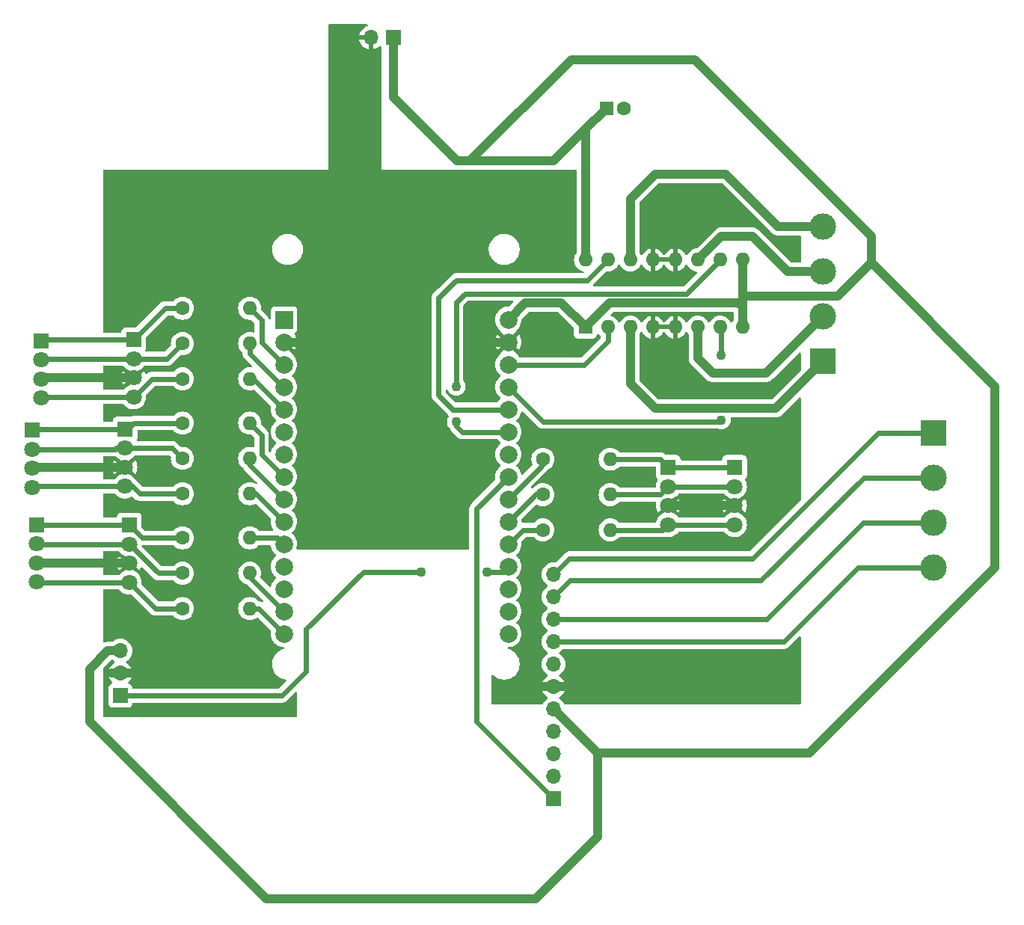
<source format=gbr>
%TF.GenerationSoftware,KiCad,Pcbnew,8.0.4*%
%TF.CreationDate,2024-09-12T05:22:36-05:00*%
%TF.ProjectId,Robt,526f6274-2e6b-4696-9361-645f70636258,rev?*%
%TF.SameCoordinates,Original*%
%TF.FileFunction,Copper,L2,Bot*%
%TF.FilePolarity,Positive*%
%FSLAX46Y46*%
G04 Gerber Fmt 4.6, Leading zero omitted, Abs format (unit mm)*
G04 Created by KiCad (PCBNEW 8.0.4) date 2024-09-12 05:22:36*
%MOMM*%
%LPD*%
G01*
G04 APERTURE LIST*
%TA.AperFunction,ComponentPad*%
%ADD10R,1.600000X1.600000*%
%TD*%
%TA.AperFunction,ComponentPad*%
%ADD11C,1.600000*%
%TD*%
%TA.AperFunction,ComponentPad*%
%ADD12O,1.600000X1.600000*%
%TD*%
%TA.AperFunction,ComponentPad*%
%ADD13R,3.000000X3.000000*%
%TD*%
%TA.AperFunction,ComponentPad*%
%ADD14C,3.000000*%
%TD*%
%TA.AperFunction,ComponentPad*%
%ADD15R,1.700000X1.700000*%
%TD*%
%TA.AperFunction,ComponentPad*%
%ADD16O,1.700000X1.700000*%
%TD*%
%TA.AperFunction,ComponentPad*%
%ADD17C,1.800000*%
%TD*%
%TA.AperFunction,ComponentPad*%
%ADD18R,1.800000X1.800000*%
%TD*%
%TA.AperFunction,ComponentPad*%
%ADD19R,2.000000X2.000000*%
%TD*%
%TA.AperFunction,ComponentPad*%
%ADD20C,2.000000*%
%TD*%
%TA.AperFunction,ViaPad*%
%ADD21C,1.100000*%
%TD*%
%TA.AperFunction,ViaPad*%
%ADD22C,1.300000*%
%TD*%
%TA.AperFunction,Conductor*%
%ADD23C,1.000000*%
%TD*%
%TA.AperFunction,Conductor*%
%ADD24C,0.600000*%
%TD*%
G04 APERTURE END LIST*
D10*
%TO.P,C1,1*%
%TO.N,+5V*%
X184000000Y-48000000D03*
D11*
%TO.P,C1,2*%
%TO.N,GND*%
X186000000Y-48000000D03*
%TD*%
D10*
%TO.P,U2,1,EN1\u002C2*%
%TO.N,+5V*%
X181625000Y-72800000D03*
D12*
%TO.P,U2,2,1A*%
%TO.N,/C13*%
X184165000Y-72800000D03*
%TO.P,U2,3,1Y*%
%TO.N,/Pot_1*%
X186705000Y-72800000D03*
%TO.P,U2,4,GND*%
%TO.N,GND*%
X189245000Y-72800000D03*
%TO.P,U2,5,GND*%
X191785000Y-72800000D03*
%TO.P,U2,6,2Y*%
%TO.N,/Pot_2*%
X194325000Y-72800000D03*
%TO.P,U2,7,2A*%
%TO.N,/C12*%
X196865000Y-72800000D03*
%TO.P,U2,8,VCC2*%
%TO.N,+5V*%
X199405000Y-72800000D03*
%TO.P,U2,9,EN3\u002C4*%
X199405000Y-65180000D03*
%TO.P,U2,10,3A*%
%TO.N,/C27*%
X196865000Y-65180000D03*
%TO.P,U2,11,3Y*%
%TO.N,/Pot_4*%
X194325000Y-65180000D03*
%TO.P,U2,12,GND*%
%TO.N,GND*%
X191785000Y-65180000D03*
%TO.P,U2,13,GND*%
X189245000Y-65180000D03*
%TO.P,U2,14,4Y*%
%TO.N,/Pot_3*%
X186705000Y-65180000D03*
%TO.P,U2,15,4A*%
%TO.N,/C14*%
X184165000Y-65180000D03*
%TO.P,U2,16,VCC1*%
%TO.N,+5V*%
X181625000Y-65180000D03*
%TD*%
%TO.P,R15,2*%
%TO.N,Net-(U1-D23)*%
X143620000Y-104659000D03*
D11*
%TO.P,R15,1*%
%TO.N,Net-(D10-GK)*%
X136000000Y-104659000D03*
%TD*%
D12*
%TO.P,R14,2*%
%TO.N,Net-(U1-D22)*%
X143620000Y-100659000D03*
D11*
%TO.P,R14,1*%
%TO.N,Net-(D10-BK)*%
X136000000Y-100659000D03*
%TD*%
D12*
%TO.P,R13,2*%
%TO.N,/C21*%
X143620000Y-96659000D03*
D11*
%TO.P,R13,1*%
%TO.N,Net-(D10-RK)*%
X136000000Y-96659000D03*
%TD*%
D12*
%TO.P,R12,2*%
%TO.N,Net-(U1-D5)*%
X143620000Y-83659000D03*
D11*
%TO.P,R12,1*%
%TO.N,Net-(D7-RK)*%
X136000000Y-83659000D03*
%TD*%
D12*
%TO.P,R11,2*%
%TO.N,Net-(U1-D18)*%
X143620000Y-87659000D03*
D11*
%TO.P,R11,1*%
%TO.N,Net-(D7-BK)*%
X136000000Y-87659000D03*
%TD*%
D12*
%TO.P,R10,2*%
%TO.N,Net-(U1-D19)*%
X143620000Y-91659000D03*
D11*
%TO.P,R10,1*%
%TO.N,Net-(D7-GK)*%
X136000000Y-91659000D03*
%TD*%
D12*
%TO.P,R9,2*%
%TO.N,Net-(U1-D2)*%
X143620000Y-74659000D03*
D11*
%TO.P,R9,1*%
%TO.N,Net-(D2-BK)*%
X136000000Y-74659000D03*
%TD*%
%TO.P,R8,1*%
%TO.N,Net-(D2-GK)*%
X136000000Y-78659000D03*
D12*
%TO.P,R8,2*%
%TO.N,Net-(U1-D4)*%
X143620000Y-78659000D03*
%TD*%
D11*
%TO.P,R4,1*%
%TO.N,Net-(U1-D32)*%
X176800000Y-91760000D03*
D12*
%TO.P,R4,2*%
%TO.N,Net-(D1-BK)*%
X184420000Y-91760000D03*
%TD*%
D11*
%TO.P,R3,1*%
%TO.N,Net-(U1-D33)*%
X176800000Y-87760000D03*
D12*
%TO.P,R3,2*%
%TO.N,Net-(D1-RK)*%
X184420000Y-87760000D03*
%TD*%
D11*
%TO.P,R2,1*%
%TO.N,Net-(U1-D35)*%
X176800000Y-95760000D03*
D12*
%TO.P,R2,2*%
%TO.N,Net-(D1-GK)*%
X184420000Y-95760000D03*
%TD*%
%TO.P,R1,2*%
%TO.N,Net-(U1-D15)*%
X143620000Y-70659000D03*
D11*
%TO.P,R1,1*%
%TO.N,Net-(D2-RK)*%
X136000000Y-70659000D03*
%TD*%
D13*
%TO.P,J4,1,Pin_1*%
%TO.N,Net-(J2-Pin_11)*%
X221000000Y-84760000D03*
D14*
%TO.P,J4,2,Pin_2*%
%TO.N,Net-(J2-Pin_10)*%
X221000000Y-89840000D03*
%TO.P,J4,3,Pin_3*%
%TO.N,Net-(J2-Pin_9)*%
X221000000Y-94920000D03*
%TO.P,J4,4,Pin_4*%
%TO.N,Net-(J2-Pin_8)*%
X221000000Y-100000000D03*
%TD*%
%TO.P,J3,4,Pin_4*%
%TO.N,/Pot_3*%
X208500000Y-61420000D03*
%TO.P,J3,3,Pin_3*%
%TO.N,/Pot_4*%
X208500000Y-66500000D03*
%TO.P,J3,2,Pin_2*%
%TO.N,/Pot_2*%
X208500000Y-71580000D03*
D13*
%TO.P,J3,1,Pin_1*%
%TO.N,/Pot_1*%
X208500000Y-76660000D03*
%TD*%
D15*
%TO.P,J2,1,Pin_1*%
%TO.N,/C25*%
X178000000Y-126200000D03*
D16*
%TO.P,J2,2,Pin_2*%
%TO.N,unconnected-(J2-Pin_2-Pad2)*%
X178000000Y-123660000D03*
%TO.P,J2,3,Pin_3*%
%TO.N,unconnected-(J2-Pin_3-Pad3)*%
X178000000Y-121120000D03*
%TO.P,J2,4,Pin_4*%
%TO.N,unconnected-(J2-Pin_4-Pad4)*%
X178000000Y-118580000D03*
%TO.P,J2,5,Pin_5*%
%TO.N,+5V*%
X178000000Y-116040000D03*
%TO.P,J2,6,Pin_6*%
%TO.N,GND*%
X178000000Y-113500000D03*
%TO.P,J2,7,Pin_7*%
%TO.N,unconnected-(J2-Pin_7-Pad7)*%
X178000000Y-110960000D03*
%TO.P,J2,8,Pin_8*%
%TO.N,Net-(J2-Pin_8)*%
X178000000Y-108420000D03*
%TO.P,J2,9,Pin_9*%
%TO.N,Net-(J2-Pin_9)*%
X178000000Y-105880000D03*
%TO.P,J2,10,Pin_10*%
%TO.N,Net-(J2-Pin_10)*%
X178000000Y-103340000D03*
%TO.P,J2,11,Pin_11*%
%TO.N,Net-(J2-Pin_11)*%
X178000000Y-100800000D03*
%TD*%
D15*
%TO.P,J1,1,Pin_1*%
%TO.N,Net-(J1-Pin_1)*%
X128975000Y-114525000D03*
D16*
%TO.P,J1,2,Pin_2*%
%TO.N,GND*%
X128975000Y-111985000D03*
%TO.P,J1,3,Pin_3*%
%TO.N,+5V*%
X128975000Y-109445000D03*
%TD*%
D17*
%TO.P,D10,4,GK*%
%TO.N,Net-(D10-GK)*%
X119500000Y-101636000D03*
%TO.P,D10,3,A*%
%TO.N,GND*%
X119500000Y-99477000D03*
%TO.P,D10,2,BK*%
%TO.N,Net-(D10-BK)*%
X119500000Y-97318000D03*
D18*
%TO.P,D10,1,RK*%
%TO.N,Net-(D10-RK)*%
X119500000Y-95159000D03*
%TD*%
D17*
%TO.P,D9,4,GK*%
%TO.N,Net-(D10-GK)*%
X129985000Y-101688000D03*
%TO.P,D9,3,A*%
%TO.N,GND*%
X129985000Y-99529000D03*
%TO.P,D9,2,BK*%
%TO.N,Net-(D10-BK)*%
X129985000Y-97370000D03*
D18*
%TO.P,D9,1,RK*%
%TO.N,Net-(D10-RK)*%
X129985000Y-95211000D03*
%TD*%
D17*
%TO.P,D8,4,GK*%
%TO.N,Net-(D7-GK)*%
X119015000Y-90925000D03*
%TO.P,D8,3,A*%
%TO.N,GND*%
X119015000Y-88766000D03*
%TO.P,D8,2,BK*%
%TO.N,Net-(D7-BK)*%
X119015000Y-86607000D03*
D18*
%TO.P,D8,1,RK*%
%TO.N,Net-(D7-RK)*%
X119015000Y-84448000D03*
%TD*%
D17*
%TO.P,D7,4,GK*%
%TO.N,Net-(D7-GK)*%
X129500000Y-90818000D03*
%TO.P,D7,3,A*%
%TO.N,GND*%
X129500000Y-88659000D03*
%TO.P,D7,2,BK*%
%TO.N,Net-(D7-BK)*%
X129500000Y-86500000D03*
D18*
%TO.P,D7,1,RK*%
%TO.N,Net-(D7-RK)*%
X129500000Y-84341000D03*
%TD*%
D17*
%TO.P,D6,4,GK*%
%TO.N,Net-(D2-GK)*%
X120000000Y-80818000D03*
%TO.P,D6,3,A*%
%TO.N,GND*%
X120000000Y-78659000D03*
%TO.P,D6,2,BK*%
%TO.N,Net-(D2-BK)*%
X120000000Y-76500000D03*
D18*
%TO.P,D6,1,RK*%
%TO.N,Net-(D2-RK)*%
X120000000Y-74341000D03*
%TD*%
D17*
%TO.P,D3,4,GK*%
%TO.N,Net-(D1-GK)*%
X191000000Y-95159000D03*
%TO.P,D3,3,A*%
%TO.N,GND*%
X191000000Y-93000000D03*
%TO.P,D3,2,BK*%
%TO.N,Net-(D1-BK)*%
X191000000Y-90841000D03*
D18*
%TO.P,D3,1,RK*%
%TO.N,Net-(D1-RK)*%
X191000000Y-88682000D03*
%TD*%
D17*
%TO.P,D2,4,GK*%
%TO.N,Net-(D2-GK)*%
X130485000Y-80711000D03*
%TO.P,D2,3,A*%
%TO.N,GND*%
X130485000Y-78552000D03*
%TO.P,D2,2,BK*%
%TO.N,Net-(D2-BK)*%
X130485000Y-76393000D03*
D18*
%TO.P,D2,1,RK*%
%TO.N,Net-(D2-RK)*%
X130485000Y-74234000D03*
%TD*%
D17*
%TO.P,D1,4,GK*%
%TO.N,Net-(D1-GK)*%
X198500000Y-95159000D03*
%TO.P,D1,3,A*%
%TO.N,GND*%
X198500000Y-93000000D03*
%TO.P,D1,2,BK*%
%TO.N,Net-(D1-BK)*%
X198500000Y-90841000D03*
D18*
%TO.P,D1,1,RK*%
%TO.N,Net-(D1-RK)*%
X198500000Y-88682000D03*
%TD*%
D16*
%TO.P,BT1,2,-*%
%TO.N,GND*%
X157335000Y-40025000D03*
D15*
%TO.P,BT1,1,+*%
%TO.N,+5V*%
X159875000Y-40025000D03*
%TD*%
D19*
%TO.P,U1,1,3V3*%
%TO.N,unconnected-(U1-3V3-Pad1)*%
X147500000Y-71960000D03*
D20*
%TO.P,U1,2,GND*%
%TO.N,GND*%
X147500000Y-74500000D03*
%TO.P,U1,3,D15*%
%TO.N,Net-(U1-D15)*%
X147500000Y-77040000D03*
%TO.P,U1,4,D2*%
%TO.N,Net-(U1-D2)*%
X147500000Y-79580000D03*
%TO.P,U1,5,D4*%
%TO.N,Net-(U1-D4)*%
X147500000Y-82120000D03*
%TO.P,U1,6,RX2*%
%TO.N,unconnected-(U1-RX2-Pad6)*%
X147500000Y-84660000D03*
%TO.P,U1,7,TX2*%
%TO.N,unconnected-(U1-TX2-Pad7)*%
X147500000Y-87200000D03*
%TO.P,U1,8,D5*%
%TO.N,Net-(U1-D5)*%
X147500000Y-89740000D03*
%TO.P,U1,9,D18*%
%TO.N,Net-(U1-D18)*%
X147500000Y-92280000D03*
%TO.P,U1,10,D19*%
%TO.N,Net-(U1-D19)*%
X147500000Y-94820000D03*
%TO.P,U1,11,D21*%
%TO.N,/C21*%
X147500000Y-97360000D03*
%TO.P,U1,12,RX0*%
%TO.N,unconnected-(U1-RX0-Pad12)*%
X147500000Y-99900000D03*
%TO.P,U1,13,TX0*%
%TO.N,unconnected-(U1-TX0-Pad13)*%
X147500000Y-102440000D03*
%TO.P,U1,14,D22*%
%TO.N,Net-(U1-D22)*%
X147500000Y-104980000D03*
%TO.P,U1,15,D23*%
%TO.N,Net-(U1-D23)*%
X147500000Y-107520000D03*
%TO.P,U1,30,VIN*%
%TO.N,+5V*%
X172900000Y-71960000D03*
%TO.P,U1,29,GND*%
%TO.N,GND*%
X172900000Y-74500000D03*
%TO.P,U1,28,D13*%
%TO.N,/C13*%
X172900000Y-77040000D03*
%TO.P,U1,27,D12*%
%TO.N,/C12*%
X172900000Y-79580000D03*
%TO.P,U1,26,D14*%
%TO.N,/C14*%
X172900000Y-82120000D03*
%TO.P,U1,25,D27*%
%TO.N,/C27*%
X172900000Y-84660000D03*
%TO.P,U1,24,D26*%
%TO.N,unconnected-(U1-D26-Pad24)*%
X172900000Y-87200000D03*
%TO.P,U1,23,D25*%
%TO.N,/C25*%
X172900000Y-89740000D03*
%TO.P,U1,22,D33*%
%TO.N,Net-(U1-D33)*%
X172900000Y-92280000D03*
%TO.P,U1,21,D32*%
%TO.N,Net-(U1-D32)*%
X172900000Y-94820000D03*
%TO.P,U1,20,D35*%
%TO.N,Net-(U1-D35)*%
X172900000Y-97360000D03*
%TO.P,U1,19,D34*%
%TO.N,Net-(J1-Pin_1)*%
X172900000Y-99900000D03*
%TO.P,U1,18,VN*%
%TO.N,unconnected-(U1-VN-Pad18)*%
X172900000Y-102440000D03*
%TO.P,U1,17,VP*%
%TO.N,unconnected-(U1-VP-Pad17)*%
X172900000Y-104980000D03*
%TO.P,U1,16,EN*%
%TO.N,unconnected-(U1-EN-Pad16)*%
X172900000Y-107520000D03*
%TD*%
D21*
%TO.N,GND*%
X194000000Y-80000000D03*
X188500000Y-89500000D03*
D22*
X191500000Y-61500000D03*
D21*
X192000000Y-75000000D03*
D22*
X169500000Y-74500000D03*
X162000000Y-74500000D03*
D21*
%TO.N,Net-(J1-Pin_1)*%
X170500000Y-100500000D03*
X163000000Y-100500000D03*
%TO.N,/C27*%
X167000000Y-83500000D03*
X167000000Y-79500000D03*
%TO.N,/C12*%
X197000000Y-76000000D03*
X197000000Y-83304000D03*
D22*
%TO.N,GND*%
X178608500Y-72891500D03*
%TD*%
D23*
%TO.N,GND*%
X130485000Y-111985000D02*
X130500000Y-112000000D01*
X128975000Y-111985000D02*
X130485000Y-111985000D01*
X128015000Y-111985000D02*
X128975000Y-111985000D01*
X128015000Y-111985000D02*
X128000000Y-112000000D01*
X178000000Y-113500000D02*
X174500000Y-113500000D01*
X178000000Y-113500000D02*
X182000000Y-113500000D01*
D24*
X188500000Y-89500000D02*
X187000000Y-89500000D01*
X194000000Y-80000000D02*
X195000000Y-80000000D01*
D23*
X172900000Y-74500000D02*
X169500000Y-74500000D01*
X147500000Y-74500000D02*
X162000000Y-74500000D01*
%TO.N,+5V*%
X228000000Y-79500000D02*
X214000000Y-65500000D01*
X206960000Y-121040000D02*
X228000000Y-100000000D01*
X183000000Y-121040000D02*
X206960000Y-121040000D01*
X228000000Y-100000000D02*
X228000000Y-79500000D01*
X174806000Y-70054000D02*
X172900000Y-71960000D01*
X178879000Y-70054000D02*
X174806000Y-70054000D01*
X181625000Y-72800000D02*
X178879000Y-70054000D01*
X184371000Y-70054000D02*
X181625000Y-72800000D01*
X127555000Y-109445000D02*
X128975000Y-109445000D01*
X125500000Y-111500000D02*
X127555000Y-109445000D01*
X125500000Y-117500000D02*
X125500000Y-111500000D01*
X145500000Y-137500000D02*
X125500000Y-117500000D01*
X176000000Y-137500000D02*
X145500000Y-137500000D01*
X183000000Y-130500000D02*
X176000000Y-137500000D01*
X183000000Y-121040000D02*
X183000000Y-130500000D01*
X178000000Y-116040000D02*
X183000000Y-121040000D01*
D24*
%TO.N,Net-(J2-Pin_8)*%
X212500000Y-100000000D02*
X204080000Y-108420000D01*
X221000000Y-100000000D02*
X212500000Y-100000000D01*
X204080000Y-108420000D02*
X178000000Y-108420000D01*
%TO.N,Net-(J2-Pin_9)*%
X202120000Y-105880000D02*
X178000000Y-105880000D01*
X213080000Y-94920000D02*
X202120000Y-105880000D01*
X221000000Y-94920000D02*
X213080000Y-94920000D01*
%TO.N,Net-(J2-Pin_10)*%
X201500000Y-101500000D02*
X179840000Y-101500000D01*
X179840000Y-101500000D02*
X178000000Y-103340000D01*
X213160000Y-89840000D02*
X201500000Y-101500000D01*
X221000000Y-89840000D02*
X213160000Y-89840000D01*
%TO.N,Net-(J2-Pin_11)*%
X179800000Y-99000000D02*
X178000000Y-100800000D01*
X214740000Y-84760000D02*
X200500000Y-99000000D01*
X221000000Y-84760000D02*
X214740000Y-84760000D01*
X200500000Y-99000000D02*
X179800000Y-99000000D01*
%TO.N,Net-(J1-Pin_1)*%
X172300000Y-100500000D02*
X172900000Y-99900000D01*
X170500000Y-100500000D02*
X172300000Y-100500000D01*
%TO.N,/C25*%
X169280000Y-93360000D02*
X172900000Y-89740000D01*
X169280000Y-117480000D02*
X169280000Y-93360000D01*
X178000000Y-126200000D02*
X169280000Y-117480000D01*
%TO.N,Net-(D10-RK)*%
X128659000Y-95159000D02*
X119500000Y-95159000D01*
X128711000Y-95211000D02*
X128659000Y-95159000D01*
X129985000Y-95211000D02*
X128711000Y-95211000D01*
%TO.N,Net-(D10-BK)*%
X129985000Y-97370000D02*
X119552000Y-97370000D01*
X119552000Y-97370000D02*
X119500000Y-97318000D01*
D23*
%TO.N,GND*%
X129985000Y-99529000D02*
X119552000Y-99529000D01*
X119552000Y-99529000D02*
X119500000Y-99477000D01*
D24*
%TO.N,Net-(D10-GK)*%
X119552000Y-101688000D02*
X119500000Y-101636000D01*
X129985000Y-101688000D02*
X119552000Y-101688000D01*
X132956000Y-104659000D02*
X129985000Y-101688000D01*
X136000000Y-104659000D02*
X132956000Y-104659000D01*
%TO.N,Net-(D10-BK)*%
X133274000Y-100659000D02*
X129985000Y-97370000D01*
X136000000Y-100659000D02*
X133274000Y-100659000D01*
%TO.N,Net-(D10-RK)*%
X131433000Y-96659000D02*
X129985000Y-95211000D01*
X136000000Y-96659000D02*
X131433000Y-96659000D01*
%TO.N,Net-(U1-D23)*%
X144639000Y-104659000D02*
X147500000Y-107520000D01*
X143620000Y-104659000D02*
X144639000Y-104659000D01*
%TO.N,Net-(U1-D22)*%
X143620000Y-101100000D02*
X147500000Y-104980000D01*
X143620000Y-100659000D02*
X143620000Y-101100000D01*
%TO.N,/C21*%
X146799000Y-96659000D02*
X147500000Y-97360000D01*
X143620000Y-96659000D02*
X146799000Y-96659000D01*
%TO.N,Net-(U1-D19)*%
X144339000Y-91659000D02*
X147500000Y-94820000D01*
X143620000Y-91659000D02*
X144339000Y-91659000D01*
%TO.N,Net-(U1-D18)*%
X143620000Y-88400000D02*
X147500000Y-92280000D01*
X143620000Y-87659000D02*
X143620000Y-88400000D01*
%TO.N,Net-(U1-D5)*%
X144974000Y-87214000D02*
X147500000Y-89740000D01*
X143620000Y-83659000D02*
X144974000Y-85013000D01*
X144974000Y-85013000D02*
X144974000Y-87214000D01*
%TO.N,Net-(D7-GK)*%
X131159000Y-91659000D02*
X136000000Y-91659000D01*
X130318000Y-90818000D02*
X131159000Y-91659000D01*
X129500000Y-90818000D02*
X130318000Y-90818000D01*
%TO.N,Net-(D7-BK)*%
X134841000Y-86500000D02*
X136000000Y-87659000D01*
X129500000Y-86500000D02*
X134841000Y-86500000D01*
%TO.N,Net-(D7-RK)*%
X130523000Y-83659000D02*
X136000000Y-83659000D01*
X129500000Y-84341000D02*
X129841000Y-84341000D01*
X129841000Y-84341000D02*
X130523000Y-83659000D01*
%TO.N,Net-(D7-GK)*%
X119122000Y-90818000D02*
X119015000Y-90925000D01*
X129500000Y-90818000D02*
X119122000Y-90818000D01*
D23*
%TO.N,GND*%
X119122000Y-88659000D02*
X119015000Y-88766000D01*
X129500000Y-88659000D02*
X119122000Y-88659000D01*
D24*
%TO.N,Net-(D7-BK)*%
X128500000Y-86500000D02*
X128393000Y-86607000D01*
X128393000Y-86607000D02*
X119015000Y-86607000D01*
X129500000Y-86500000D02*
X128500000Y-86500000D01*
%TO.N,Net-(D7-RK)*%
X129500000Y-84341000D02*
X119122000Y-84341000D01*
X119122000Y-84341000D02*
X119015000Y-84448000D01*
%TO.N,Net-(D2-GK)*%
X120107000Y-80711000D02*
X120000000Y-80818000D01*
X130485000Y-80711000D02*
X120107000Y-80711000D01*
D23*
%TO.N,GND*%
X120107000Y-78552000D02*
X120000000Y-78659000D01*
X130485000Y-78552000D02*
X120107000Y-78552000D01*
D24*
%TO.N,Net-(D2-BK)*%
X120107000Y-76393000D02*
X120000000Y-76500000D01*
X130485000Y-76393000D02*
X120107000Y-76393000D01*
%TO.N,Net-(D2-RK)*%
X120107000Y-74234000D02*
X120000000Y-74341000D01*
X130485000Y-74234000D02*
X120107000Y-74234000D01*
%TO.N,Net-(D2-GK)*%
X132537000Y-78659000D02*
X130485000Y-80711000D01*
X136000000Y-78659000D02*
X132537000Y-78659000D01*
%TO.N,Net-(D2-BK)*%
X134266000Y-76393000D02*
X130485000Y-76393000D01*
X136000000Y-74659000D02*
X134266000Y-76393000D01*
%TO.N,Net-(D2-RK)*%
X134060000Y-70659000D02*
X130485000Y-74234000D01*
X136000000Y-70659000D02*
X134060000Y-70659000D01*
%TO.N,Net-(U1-D4)*%
X144039000Y-78659000D02*
X147500000Y-82120000D01*
X143620000Y-78659000D02*
X144039000Y-78659000D01*
%TO.N,Net-(U1-D2)*%
X143620000Y-75790370D02*
X147409630Y-79580000D01*
X147409630Y-79580000D02*
X147500000Y-79580000D01*
X143620000Y-74659000D02*
X143620000Y-75790370D01*
%TO.N,Net-(U1-D15)*%
X144974000Y-74514000D02*
X147500000Y-77040000D01*
X144974000Y-72013000D02*
X144974000Y-74514000D01*
X143620000Y-70659000D02*
X144974000Y-72013000D01*
%TO.N,Net-(D1-GK)*%
X191000000Y-95159000D02*
X198500000Y-95159000D01*
D23*
%TO.N,GND*%
X191000000Y-93000000D02*
X198500000Y-93000000D01*
D24*
%TO.N,Net-(D1-BK)*%
X191000000Y-90841000D02*
X198500000Y-90841000D01*
%TO.N,Net-(D1-RK)*%
X191000000Y-88682000D02*
X198500000Y-88682000D01*
D23*
%TO.N,+5V*%
X168000000Y-54000000D02*
X167125000Y-54000000D01*
D24*
%TO.N,Net-(D1-GK)*%
X190399000Y-95760000D02*
X191000000Y-95159000D01*
X184420000Y-95760000D02*
X190399000Y-95760000D01*
%TO.N,Net-(D1-BK)*%
X190081000Y-91760000D02*
X191000000Y-90841000D01*
X184420000Y-91760000D02*
X190081000Y-91760000D01*
%TO.N,Net-(D1-RK)*%
X190078000Y-87760000D02*
X191000000Y-88682000D01*
X184420000Y-87760000D02*
X190078000Y-87760000D01*
%TO.N,Net-(U1-D35)*%
X174500000Y-95760000D02*
X172900000Y-97360000D01*
X176800000Y-95760000D02*
X174500000Y-95760000D01*
%TO.N,Net-(U1-D32)*%
X175960000Y-91760000D02*
X172900000Y-94820000D01*
X176800000Y-91760000D02*
X175960000Y-91760000D01*
%TO.N,Net-(U1-D33)*%
X176800000Y-88380000D02*
X172900000Y-92280000D01*
X176800000Y-87760000D02*
X176800000Y-88380000D01*
D23*
%TO.N,+5V*%
X180000000Y-42500000D02*
X168500000Y-54000000D01*
X194000000Y-42500000D02*
X180000000Y-42500000D01*
X210174000Y-69326000D02*
X214000000Y-65500000D01*
X214000000Y-65500000D02*
X214000000Y-62500000D01*
X199579000Y-69326000D02*
X210174000Y-69326000D01*
X214000000Y-62500000D02*
X194000000Y-42500000D01*
X199405000Y-69500000D02*
X199579000Y-69326000D01*
X168000000Y-54000000D02*
X178000000Y-54000000D01*
X199405000Y-69500000D02*
X199405000Y-69095000D01*
X168500000Y-54000000D02*
X168000000Y-54000000D01*
X199405000Y-70500000D02*
X199405000Y-69500000D01*
X184371000Y-70054000D02*
X198959000Y-70054000D01*
X199405000Y-72800000D02*
X199405000Y-70500000D01*
X198959000Y-70054000D02*
X199405000Y-70500000D01*
X199405000Y-69095000D02*
X199500000Y-69000000D01*
X178000000Y-54000000D02*
X181500000Y-50500000D01*
X159875000Y-40025000D02*
X159875000Y-46750000D01*
X159875000Y-46750000D02*
X167125000Y-54000000D01*
D24*
%TO.N,/C12*%
X176820000Y-83500000D02*
X172900000Y-79580000D01*
X197000000Y-83304000D02*
X196804000Y-83500000D01*
X196804000Y-83500000D02*
X176820000Y-83500000D01*
X197000000Y-72935000D02*
X196865000Y-72800000D01*
X197000000Y-76000000D02*
X197000000Y-72935000D01*
D23*
%TO.N,/Pot_1*%
X186705000Y-79205000D02*
X186705000Y-72800000D01*
X189500000Y-82000000D02*
X186705000Y-79205000D01*
X203160000Y-82000000D02*
X189500000Y-82000000D01*
X208500000Y-76660000D02*
X203160000Y-82000000D01*
%TO.N,/Pot_2*%
X194325000Y-76325000D02*
X194325000Y-72800000D01*
X196000000Y-78000000D02*
X194325000Y-76325000D01*
X202080000Y-78000000D02*
X196000000Y-78000000D01*
X208500000Y-71580000D02*
X202080000Y-78000000D01*
D24*
X208500000Y-71580000D02*
X208500000Y-71500000D01*
D23*
%TO.N,+5V*%
X199405000Y-68905000D02*
X199500000Y-69000000D01*
X199405000Y-65180000D02*
X199405000Y-68905000D01*
%TO.N,/Pot_3*%
X186705000Y-58295000D02*
X186705000Y-65180000D01*
X189500000Y-55500000D02*
X186705000Y-58295000D01*
X197500000Y-55500000D02*
X189500000Y-55500000D01*
X203420000Y-61420000D02*
X197500000Y-55500000D01*
X208500000Y-61420000D02*
X203420000Y-61420000D01*
%TO.N,/Pot_4*%
X200500000Y-62500000D02*
X197005000Y-62500000D01*
X204500000Y-66500000D02*
X200500000Y-62500000D01*
X197005000Y-62500000D02*
X194325000Y-65180000D01*
X208500000Y-66500000D02*
X204500000Y-66500000D01*
D24*
%TO.N,/C27*%
X167660000Y-84660000D02*
X172900000Y-84660000D01*
X167000000Y-84000000D02*
X167660000Y-84660000D01*
X167000000Y-83500000D02*
X167000000Y-84000000D01*
%TO.N,/C14*%
X167000000Y-67500000D02*
X181845000Y-67500000D01*
X165000000Y-80500000D02*
X165000000Y-69500000D01*
X165000000Y-69500000D02*
X167000000Y-67500000D01*
X181845000Y-67500000D02*
X184165000Y-65180000D01*
X166620000Y-82120000D02*
X165000000Y-80500000D01*
X172900000Y-82120000D02*
X166620000Y-82120000D01*
%TO.N,/C27*%
X167000000Y-70000000D02*
X167000000Y-79500000D01*
X168000000Y-69000000D02*
X167000000Y-70000000D01*
X193045000Y-69000000D02*
X168000000Y-69000000D01*
X196865000Y-65180000D02*
X193045000Y-69000000D01*
%TO.N,/C13*%
X184165000Y-74335000D02*
X181460000Y-77040000D01*
X181460000Y-77040000D02*
X172900000Y-77040000D01*
X184165000Y-72800000D02*
X184165000Y-74335000D01*
D23*
%TO.N,+5V*%
X181625000Y-50625000D02*
X181625000Y-65180000D01*
X181500000Y-50500000D02*
X181625000Y-50625000D01*
X184000000Y-48000000D02*
X181500000Y-50500000D01*
D24*
%TO.N,Net-(J1-Pin_1)*%
X150000000Y-111769138D02*
X150000000Y-107000000D01*
X150000000Y-107000000D02*
X156500000Y-100500000D01*
X156500000Y-100500000D02*
X163000000Y-100500000D01*
X147244138Y-114525000D02*
X150000000Y-111769138D01*
X128975000Y-114525000D02*
X147244138Y-114525000D01*
%TD*%
%TA.AperFunction,Conductor*%
%TO.N,GND*%
G36*
X128060846Y-110456588D02*
G01*
X128098701Y-110480917D01*
X128099456Y-110480018D01*
X128103596Y-110483492D01*
X128103599Y-110483495D01*
X128281066Y-110607759D01*
X128289594Y-110613730D01*
X128333219Y-110668307D01*
X128340413Y-110737805D01*
X128308890Y-110800160D01*
X128289595Y-110816880D01*
X128103922Y-110946890D01*
X128103920Y-110946891D01*
X127936891Y-111113920D01*
X127936886Y-111113926D01*
X127801400Y-111307420D01*
X127801399Y-111307422D01*
X127701570Y-111521507D01*
X127701567Y-111521513D01*
X127644364Y-111734999D01*
X127644364Y-111735000D01*
X128541988Y-111735000D01*
X128509075Y-111792007D01*
X128475000Y-111919174D01*
X128475000Y-112050826D01*
X128509075Y-112177993D01*
X128541988Y-112235000D01*
X127644364Y-112235000D01*
X127701567Y-112448486D01*
X127701570Y-112448492D01*
X127801399Y-112662578D01*
X127936894Y-112856082D01*
X128058946Y-112978134D01*
X128092431Y-113039457D01*
X128087447Y-113109149D01*
X128045575Y-113165082D01*
X128014598Y-113181997D01*
X127882671Y-113231202D01*
X127882664Y-113231206D01*
X127767455Y-113317452D01*
X127767452Y-113317455D01*
X127681206Y-113432664D01*
X127681202Y-113432671D01*
X127630908Y-113567517D01*
X127624501Y-113627116D01*
X127624500Y-113627135D01*
X127624500Y-115422870D01*
X127624501Y-115422876D01*
X127630908Y-115482483D01*
X127681202Y-115617328D01*
X127681206Y-115617335D01*
X127767452Y-115732544D01*
X127767455Y-115732547D01*
X127882664Y-115818793D01*
X127882671Y-115818797D01*
X128017517Y-115869091D01*
X128017516Y-115869091D01*
X128024444Y-115869835D01*
X128077127Y-115875500D01*
X129872872Y-115875499D01*
X129932483Y-115869091D01*
X130067331Y-115818796D01*
X130182546Y-115732546D01*
X130268796Y-115617331D01*
X130319091Y-115482483D01*
X130324062Y-115436242D01*
X130350799Y-115371694D01*
X130408191Y-115331846D01*
X130447351Y-115325500D01*
X147322982Y-115325500D01*
X147322983Y-115325499D01*
X147477635Y-115294737D01*
X147623317Y-115234394D01*
X147754427Y-115146789D01*
X148788319Y-114112897D01*
X148849642Y-114079412D01*
X148919334Y-114084396D01*
X148975267Y-114126268D01*
X148999684Y-114191732D01*
X149000000Y-114200578D01*
X149000000Y-116876000D01*
X148980315Y-116943039D01*
X148927511Y-116988794D01*
X148876000Y-117000000D01*
X127124000Y-117000000D01*
X127056961Y-116980315D01*
X127011206Y-116927511D01*
X127000000Y-116876000D01*
X127000000Y-111466282D01*
X127019685Y-111399243D01*
X127036319Y-111378601D01*
X127929831Y-110485089D01*
X127991154Y-110451604D01*
X128060846Y-110456588D01*
G37*
%TD.AperFunction*%
%TA.AperFunction,Conductor*%
G36*
X197350021Y-91661185D02*
G01*
X197386791Y-91697679D01*
X197391021Y-91704153D01*
X197548216Y-91874913D01*
X197548219Y-91874915D01*
X197548222Y-91874918D01*
X197731365Y-92017464D01*
X197731371Y-92017468D01*
X197731374Y-92017470D01*
X197935497Y-92127936D01*
X197935500Y-92127937D01*
X197978401Y-92142665D01*
X198025819Y-92172265D01*
X198411415Y-92557861D01*
X198326306Y-92580667D01*
X198223694Y-92639910D01*
X198139910Y-92723694D01*
X198080667Y-92826306D01*
X198057861Y-92911415D01*
X197348811Y-92202365D01*
X197264516Y-92331390D01*
X197171317Y-92543864D01*
X197114361Y-92768781D01*
X197095202Y-92999994D01*
X197095202Y-93000005D01*
X197114361Y-93231218D01*
X197171317Y-93456135D01*
X197264515Y-93668606D01*
X197348812Y-93797633D01*
X198057861Y-93088584D01*
X198080667Y-93173694D01*
X198139910Y-93276306D01*
X198223694Y-93360090D01*
X198326306Y-93419333D01*
X198411414Y-93442137D01*
X198025818Y-93827734D01*
X197978402Y-93857334D01*
X197935498Y-93872063D01*
X197935495Y-93872064D01*
X197731371Y-93982531D01*
X197731365Y-93982535D01*
X197548222Y-94125081D01*
X197548219Y-94125084D01*
X197391019Y-94295849D01*
X197386791Y-94302321D01*
X197333645Y-94347678D01*
X197282982Y-94358500D01*
X192217018Y-94358500D01*
X192149979Y-94338815D01*
X192113209Y-94302321D01*
X192108980Y-94295849D01*
X192108979Y-94295847D01*
X191951784Y-94125087D01*
X191951779Y-94125083D01*
X191951777Y-94125081D01*
X191768634Y-93982535D01*
X191768628Y-93982531D01*
X191564504Y-93872064D01*
X191564495Y-93872060D01*
X191521598Y-93857334D01*
X191474180Y-93827734D01*
X191088585Y-93442137D01*
X191173694Y-93419333D01*
X191276306Y-93360090D01*
X191360090Y-93276306D01*
X191419333Y-93173694D01*
X191442138Y-93088585D01*
X192151186Y-93797633D01*
X192235482Y-93668611D01*
X192328682Y-93456135D01*
X192385638Y-93231218D01*
X192404798Y-93000005D01*
X192404798Y-92999994D01*
X192385638Y-92768781D01*
X192328682Y-92543864D01*
X192235484Y-92331393D01*
X192151186Y-92202365D01*
X191442137Y-92911414D01*
X191419333Y-92826306D01*
X191360090Y-92723694D01*
X191276306Y-92639910D01*
X191173694Y-92580667D01*
X191088583Y-92557861D01*
X191474178Y-92172265D01*
X191521595Y-92142666D01*
X191564503Y-92127936D01*
X191768626Y-92017470D01*
X191783939Y-92005552D01*
X191857587Y-91948229D01*
X191951784Y-91874913D01*
X192108979Y-91704153D01*
X192113209Y-91697679D01*
X192166355Y-91652322D01*
X192217018Y-91641500D01*
X197282982Y-91641500D01*
X197350021Y-91661185D01*
G37*
%TD.AperFunction*%
%TA.AperFunction,Conductor*%
G36*
X205919334Y-80758099D02*
G01*
X205975267Y-80799971D01*
X205999684Y-80865435D01*
X206000000Y-80874281D01*
X206000000Y-92316560D01*
X205980315Y-92383599D01*
X205963681Y-92404241D01*
X200204741Y-98163181D01*
X200143418Y-98196666D01*
X200117060Y-98199500D01*
X179721154Y-98199500D01*
X179566509Y-98230261D01*
X179566497Y-98230264D01*
X179523832Y-98247936D01*
X179523833Y-98247937D01*
X179420823Y-98290604D01*
X179420814Y-98290609D01*
X179289712Y-98378209D01*
X179289710Y-98378212D01*
X178246479Y-99421441D01*
X178185156Y-99454926D01*
X178147991Y-99457288D01*
X178000002Y-99444341D01*
X177999999Y-99444341D01*
X177764596Y-99464936D01*
X177764586Y-99464938D01*
X177536344Y-99526094D01*
X177536335Y-99526098D01*
X177322171Y-99625964D01*
X177322169Y-99625965D01*
X177128597Y-99761505D01*
X176961505Y-99928597D01*
X176825965Y-100122169D01*
X176825964Y-100122171D01*
X176726098Y-100336335D01*
X176726094Y-100336344D01*
X176664938Y-100564586D01*
X176664936Y-100564596D01*
X176644341Y-100799999D01*
X176644341Y-100800000D01*
X176664936Y-101035403D01*
X176664938Y-101035413D01*
X176726094Y-101263655D01*
X176726096Y-101263659D01*
X176726097Y-101263663D01*
X176803073Y-101428738D01*
X176825965Y-101477830D01*
X176825967Y-101477834D01*
X176961501Y-101671395D01*
X176961506Y-101671402D01*
X177128597Y-101838493D01*
X177128603Y-101838498D01*
X177314158Y-101968425D01*
X177357783Y-102023002D01*
X177364977Y-102092500D01*
X177333454Y-102154855D01*
X177314158Y-102171575D01*
X177128597Y-102301505D01*
X176961505Y-102468597D01*
X176825965Y-102662169D01*
X176825964Y-102662171D01*
X176726098Y-102876335D01*
X176726094Y-102876344D01*
X176664938Y-103104586D01*
X176664936Y-103104596D01*
X176644341Y-103339999D01*
X176644341Y-103340000D01*
X176664936Y-103575403D01*
X176664938Y-103575413D01*
X176726094Y-103803655D01*
X176726096Y-103803659D01*
X176726097Y-103803663D01*
X176788207Y-103936858D01*
X176825965Y-104017830D01*
X176825967Y-104017834D01*
X176961501Y-104211395D01*
X176961506Y-104211402D01*
X177128597Y-104378493D01*
X177128603Y-104378498D01*
X177314158Y-104508425D01*
X177357783Y-104563002D01*
X177364977Y-104632500D01*
X177333454Y-104694855D01*
X177314158Y-104711575D01*
X177128597Y-104841505D01*
X176961505Y-105008597D01*
X176825965Y-105202169D01*
X176825964Y-105202171D01*
X176726098Y-105416335D01*
X176726094Y-105416344D01*
X176664938Y-105644586D01*
X176664936Y-105644596D01*
X176644341Y-105879999D01*
X176644341Y-105880000D01*
X176664936Y-106115403D01*
X176664938Y-106115413D01*
X176726094Y-106343655D01*
X176726096Y-106343659D01*
X176726097Y-106343663D01*
X176799831Y-106501786D01*
X176825965Y-106557830D01*
X176825967Y-106557834D01*
X176961501Y-106751395D01*
X176961506Y-106751402D01*
X177128597Y-106918493D01*
X177128603Y-106918498D01*
X177314158Y-107048425D01*
X177357783Y-107103002D01*
X177364977Y-107172500D01*
X177333454Y-107234855D01*
X177314158Y-107251575D01*
X177128597Y-107381505D01*
X176961505Y-107548597D01*
X176825965Y-107742169D01*
X176825964Y-107742171D01*
X176726098Y-107956335D01*
X176726094Y-107956344D01*
X176664938Y-108184586D01*
X176664936Y-108184596D01*
X176644341Y-108419999D01*
X176644341Y-108420000D01*
X176664936Y-108655403D01*
X176664938Y-108655413D01*
X176726094Y-108883655D01*
X176726096Y-108883659D01*
X176726097Y-108883663D01*
X176807323Y-109057853D01*
X176825965Y-109097830D01*
X176825967Y-109097834D01*
X176961501Y-109291395D01*
X176961506Y-109291402D01*
X177128597Y-109458493D01*
X177128603Y-109458498D01*
X177314158Y-109588425D01*
X177357783Y-109643002D01*
X177364977Y-109712500D01*
X177333454Y-109774855D01*
X177314158Y-109791575D01*
X177128597Y-109921505D01*
X176961505Y-110088597D01*
X176825965Y-110282169D01*
X176825964Y-110282171D01*
X176726098Y-110496335D01*
X176726094Y-110496344D01*
X176664938Y-110724586D01*
X176664936Y-110724596D01*
X176644341Y-110959999D01*
X176644341Y-110960000D01*
X176664936Y-111195403D01*
X176664938Y-111195413D01*
X176726094Y-111423655D01*
X176726096Y-111423659D01*
X176726097Y-111423663D01*
X176801284Y-111584901D01*
X176825965Y-111637830D01*
X176825967Y-111637834D01*
X176961501Y-111831395D01*
X176961506Y-111831402D01*
X177128597Y-111998493D01*
X177128603Y-111998498D01*
X177314594Y-112128730D01*
X177358219Y-112183307D01*
X177365413Y-112252805D01*
X177333890Y-112315160D01*
X177314595Y-112331880D01*
X177128922Y-112461890D01*
X177128920Y-112461891D01*
X176961891Y-112628920D01*
X176961886Y-112628926D01*
X176826400Y-112822420D01*
X176826399Y-112822422D01*
X176726570Y-113036507D01*
X176726567Y-113036513D01*
X176669364Y-113249999D01*
X176669364Y-113250000D01*
X177566988Y-113250000D01*
X177534075Y-113307007D01*
X177500000Y-113434174D01*
X177500000Y-113565826D01*
X177534075Y-113692993D01*
X177566988Y-113750000D01*
X176669364Y-113750000D01*
X176726567Y-113963486D01*
X176726570Y-113963492D01*
X176826399Y-114177578D01*
X176961894Y-114371082D01*
X177128917Y-114538105D01*
X177314595Y-114668119D01*
X177358219Y-114722696D01*
X177365412Y-114792195D01*
X177333890Y-114854549D01*
X177314595Y-114871269D01*
X177128594Y-115001508D01*
X176961505Y-115168597D01*
X176825967Y-115362166D01*
X176825963Y-115362174D01*
X176821524Y-115371694D01*
X176797660Y-115422872D01*
X176795080Y-115428404D01*
X176748908Y-115480844D01*
X176682698Y-115500000D01*
X171124000Y-115500000D01*
X171056961Y-115480315D01*
X171011206Y-115427511D01*
X171000000Y-115376000D01*
X171000000Y-112294943D01*
X171019685Y-112227904D01*
X171072489Y-112182149D01*
X171141647Y-112172205D01*
X171205203Y-112201230D01*
X171211681Y-112207262D01*
X171273330Y-112268911D01*
X171273338Y-112268918D01*
X171273339Y-112268919D01*
X171284264Y-112277302D01*
X171455382Y-112408607D01*
X171455385Y-112408608D01*
X171455388Y-112408611D01*
X171654112Y-112523344D01*
X171654117Y-112523346D01*
X171654123Y-112523349D01*
X171745480Y-112561190D01*
X171866113Y-112611158D01*
X172087762Y-112670548D01*
X172315266Y-112700500D01*
X172315273Y-112700500D01*
X172544727Y-112700500D01*
X172544734Y-112700500D01*
X172772238Y-112670548D01*
X172993887Y-112611158D01*
X173205888Y-112523344D01*
X173404612Y-112408611D01*
X173586661Y-112268919D01*
X173586665Y-112268914D01*
X173586670Y-112268911D01*
X173748911Y-112106670D01*
X173748914Y-112106665D01*
X173748919Y-112106661D01*
X173888611Y-111924612D01*
X174003344Y-111725888D01*
X174091158Y-111513887D01*
X174150548Y-111292238D01*
X174180500Y-111064734D01*
X174180500Y-110835266D01*
X174150548Y-110607762D01*
X174091158Y-110386113D01*
X174003344Y-110174112D01*
X173888611Y-109975388D01*
X173888608Y-109975385D01*
X173888607Y-109975382D01*
X173748918Y-109793338D01*
X173748911Y-109793330D01*
X173586670Y-109631089D01*
X173586661Y-109631081D01*
X173404617Y-109491392D01*
X173205890Y-109376657D01*
X173205876Y-109376650D01*
X172993887Y-109288842D01*
X172902197Y-109264274D01*
X172842538Y-109227910D01*
X172812009Y-109165063D01*
X172820304Y-109095688D01*
X172864789Y-109041810D01*
X172931341Y-109020535D01*
X172934292Y-109020500D01*
X173024335Y-109020500D01*
X173269614Y-108979571D01*
X173504810Y-108898828D01*
X173723509Y-108780474D01*
X173919744Y-108627738D01*
X174088164Y-108444785D01*
X174224173Y-108236607D01*
X174324063Y-108008881D01*
X174385108Y-107767821D01*
X174385109Y-107767812D01*
X174405643Y-107520005D01*
X174405643Y-107519994D01*
X174385109Y-107272187D01*
X174385107Y-107272175D01*
X174324063Y-107031118D01*
X174224173Y-106803393D01*
X174088166Y-106595217D01*
X174002159Y-106501789D01*
X173919744Y-106412262D01*
X173836991Y-106347852D01*
X173796179Y-106291143D01*
X173792504Y-106221370D01*
X173827136Y-106160687D01*
X173836985Y-106152151D01*
X173919744Y-106087738D01*
X174088164Y-105904785D01*
X174224173Y-105696607D01*
X174324063Y-105468881D01*
X174385108Y-105227821D01*
X174385109Y-105227812D01*
X174405643Y-104980005D01*
X174405643Y-104979994D01*
X174385109Y-104732187D01*
X174385107Y-104732175D01*
X174324063Y-104491118D01*
X174224173Y-104263393D01*
X174088166Y-104055217D01*
X173990944Y-103949606D01*
X173919744Y-103872262D01*
X173836991Y-103807852D01*
X173796179Y-103751143D01*
X173792504Y-103681370D01*
X173827136Y-103620687D01*
X173836985Y-103612151D01*
X173919744Y-103547738D01*
X174088164Y-103364785D01*
X174224173Y-103156607D01*
X174324063Y-102928881D01*
X174385108Y-102687821D01*
X174385109Y-102687812D01*
X174405643Y-102440005D01*
X174405643Y-102439994D01*
X174385109Y-102192187D01*
X174385107Y-102192175D01*
X174324063Y-101951118D01*
X174224173Y-101723393D01*
X174088166Y-101515217D01*
X174034299Y-101456702D01*
X173919744Y-101332262D01*
X173836991Y-101267852D01*
X173796179Y-101211143D01*
X173792504Y-101141370D01*
X173827136Y-101080687D01*
X173836985Y-101072151D01*
X173919744Y-101007738D01*
X174088164Y-100824785D01*
X174224173Y-100616607D01*
X174324063Y-100388881D01*
X174385108Y-100147821D01*
X174385109Y-100147812D01*
X174405643Y-99900005D01*
X174405643Y-99899994D01*
X174385109Y-99652187D01*
X174385107Y-99652175D01*
X174324063Y-99411118D01*
X174224173Y-99183393D01*
X174088166Y-98975217D01*
X173982460Y-98860390D01*
X173919744Y-98792262D01*
X173836991Y-98727852D01*
X173796179Y-98671143D01*
X173792504Y-98601370D01*
X173827136Y-98540687D01*
X173836985Y-98532151D01*
X173919744Y-98467738D01*
X174088164Y-98284785D01*
X174224173Y-98076607D01*
X174324063Y-97848881D01*
X174385108Y-97607821D01*
X174385109Y-97607812D01*
X174405643Y-97360005D01*
X174405643Y-97359994D01*
X174390110Y-97172544D01*
X174385108Y-97112179D01*
X174381145Y-97096530D01*
X174383766Y-97026714D01*
X174413666Y-96978410D01*
X174795259Y-96596819D01*
X174856582Y-96563334D01*
X174882940Y-96560500D01*
X175709951Y-96560500D01*
X175776990Y-96580185D01*
X175797632Y-96596819D01*
X175960858Y-96760045D01*
X175960861Y-96760047D01*
X176147266Y-96890568D01*
X176353504Y-96986739D01*
X176573308Y-97045635D01*
X176735230Y-97059801D01*
X176799998Y-97065468D01*
X176800000Y-97065468D01*
X176800002Y-97065468D01*
X176856673Y-97060509D01*
X177026692Y-97045635D01*
X177246496Y-96986739D01*
X177452734Y-96890568D01*
X177639139Y-96760047D01*
X177800047Y-96599139D01*
X177930568Y-96412734D01*
X178026739Y-96206496D01*
X178085635Y-95986692D01*
X178105468Y-95760000D01*
X178103155Y-95733568D01*
X178096628Y-95658954D01*
X178085635Y-95533308D01*
X178026739Y-95313504D01*
X177930568Y-95107266D01*
X177813319Y-94939815D01*
X177800045Y-94920858D01*
X177639141Y-94759954D01*
X177452734Y-94629432D01*
X177452732Y-94629431D01*
X177246497Y-94533261D01*
X177246488Y-94533258D01*
X177026697Y-94474366D01*
X177026693Y-94474365D01*
X177026692Y-94474365D01*
X177026691Y-94474364D01*
X177026686Y-94474364D01*
X176800002Y-94454532D01*
X176799998Y-94454532D01*
X176573313Y-94474364D01*
X176573302Y-94474366D01*
X176353511Y-94533258D01*
X176353502Y-94533261D01*
X176147267Y-94629431D01*
X176147265Y-94629432D01*
X175960858Y-94759954D01*
X175797632Y-94923181D01*
X175736309Y-94956666D01*
X175709951Y-94959500D01*
X174528784Y-94959500D01*
X174461745Y-94939815D01*
X174415990Y-94887011D01*
X174405207Y-94825264D01*
X174405643Y-94820000D01*
X174405643Y-94819995D01*
X174385109Y-94572192D01*
X174385108Y-94572179D01*
X174381145Y-94556530D01*
X174383766Y-94486714D01*
X174413666Y-94438410D01*
X175964439Y-92887637D01*
X176025760Y-92854154D01*
X176095452Y-92859138D01*
X176123233Y-92873740D01*
X176147266Y-92890568D01*
X176353504Y-92986739D01*
X176573308Y-93045635D01*
X176735230Y-93059801D01*
X176799998Y-93065468D01*
X176800000Y-93065468D01*
X176800002Y-93065468D01*
X176856673Y-93060509D01*
X177026692Y-93045635D01*
X177246496Y-92986739D01*
X177452734Y-92890568D01*
X177639139Y-92760047D01*
X177800047Y-92599139D01*
X177930568Y-92412734D01*
X178026739Y-92206496D01*
X178085635Y-91986692D01*
X178105468Y-91760000D01*
X178100581Y-91704147D01*
X178098570Y-91681153D01*
X178085635Y-91533308D01*
X178026739Y-91313504D01*
X177930568Y-91107266D01*
X177813319Y-90939815D01*
X177800045Y-90920858D01*
X177639141Y-90759954D01*
X177452734Y-90629432D01*
X177452732Y-90629431D01*
X177246497Y-90533261D01*
X177246488Y-90533258D01*
X177026697Y-90474366D01*
X177026693Y-90474365D01*
X177026692Y-90474365D01*
X177026691Y-90474364D01*
X177026686Y-90474364D01*
X176800002Y-90454532D01*
X176799998Y-90454532D01*
X176573313Y-90474364D01*
X176573302Y-90474366D01*
X176353511Y-90533258D01*
X176353502Y-90533261D01*
X176147267Y-90629431D01*
X176147265Y-90629432D01*
X175960858Y-90759954D01*
X175799952Y-90920860D01*
X175782241Y-90946155D01*
X175728120Y-90989592D01*
X175611593Y-91037859D01*
X175542123Y-91045328D01*
X175479644Y-91014053D01*
X175443992Y-90953964D01*
X175446486Y-90884139D01*
X175476457Y-90835619D01*
X177378769Y-88933307D01*
X177414041Y-88908609D01*
X177452734Y-88890568D01*
X177639139Y-88760047D01*
X177800047Y-88599139D01*
X177930568Y-88412734D01*
X178026739Y-88206496D01*
X178085635Y-87986692D01*
X178103111Y-87786936D01*
X178105468Y-87760001D01*
X178105468Y-87759998D01*
X183114532Y-87759998D01*
X183114532Y-87760001D01*
X183134364Y-87986686D01*
X183134366Y-87986697D01*
X183193258Y-88206488D01*
X183193261Y-88206497D01*
X183289431Y-88412732D01*
X183289432Y-88412734D01*
X183419954Y-88599141D01*
X183580858Y-88760045D01*
X183580861Y-88760047D01*
X183767266Y-88890568D01*
X183973504Y-88986739D01*
X184193308Y-89045635D01*
X184355230Y-89059801D01*
X184419998Y-89065468D01*
X184420000Y-89065468D01*
X184420002Y-89065468D01*
X184476673Y-89060509D01*
X184646692Y-89045635D01*
X184866496Y-88986739D01*
X185072734Y-88890568D01*
X185259139Y-88760047D01*
X185334686Y-88684500D01*
X185422368Y-88596819D01*
X185483691Y-88563334D01*
X185510049Y-88560500D01*
X189475500Y-88560500D01*
X189542539Y-88580185D01*
X189588294Y-88632989D01*
X189599500Y-88684500D01*
X189599500Y-89629870D01*
X189599501Y-89629876D01*
X189605908Y-89689483D01*
X189656202Y-89824328D01*
X189656206Y-89824335D01*
X189742452Y-89939544D01*
X189742453Y-89939545D01*
X189742454Y-89939546D01*
X189765909Y-89957104D01*
X189807781Y-90013037D01*
X189812765Y-90082729D01*
X189795408Y-90124191D01*
X189764077Y-90172147D01*
X189670842Y-90384699D01*
X189613866Y-90609691D01*
X189609784Y-90658953D01*
X189594700Y-90841000D01*
X189594700Y-90841003D01*
X189594308Y-90845739D01*
X189569154Y-90910924D01*
X189512752Y-90952163D01*
X189470731Y-90959500D01*
X185510049Y-90959500D01*
X185443010Y-90939815D01*
X185422368Y-90923181D01*
X185259141Y-90759954D01*
X185072734Y-90629432D01*
X185072732Y-90629431D01*
X184866497Y-90533261D01*
X184866488Y-90533258D01*
X184646697Y-90474366D01*
X184646693Y-90474365D01*
X184646692Y-90474365D01*
X184646691Y-90474364D01*
X184646686Y-90474364D01*
X184420002Y-90454532D01*
X184419998Y-90454532D01*
X184193313Y-90474364D01*
X184193302Y-90474366D01*
X183973511Y-90533258D01*
X183973502Y-90533261D01*
X183767267Y-90629431D01*
X183767265Y-90629432D01*
X183580858Y-90759954D01*
X183419954Y-90920858D01*
X183289432Y-91107265D01*
X183289431Y-91107267D01*
X183193261Y-91313502D01*
X183193258Y-91313511D01*
X183134366Y-91533302D01*
X183134364Y-91533313D01*
X183114532Y-91759998D01*
X183114532Y-91760001D01*
X183134364Y-91986686D01*
X183134366Y-91986697D01*
X183193258Y-92206488D01*
X183193261Y-92206497D01*
X183289431Y-92412732D01*
X183289432Y-92412734D01*
X183419954Y-92599141D01*
X183580858Y-92760045D01*
X183593477Y-92768881D01*
X183767266Y-92890568D01*
X183973504Y-92986739D01*
X184193308Y-93045635D01*
X184355230Y-93059801D01*
X184419998Y-93065468D01*
X184420000Y-93065468D01*
X184420002Y-93065468D01*
X184476673Y-93060509D01*
X184646692Y-93045635D01*
X184866496Y-92986739D01*
X185072734Y-92890568D01*
X185259139Y-92760047D01*
X185317039Y-92702147D01*
X185422368Y-92596819D01*
X185483691Y-92563334D01*
X185510049Y-92560500D01*
X189507790Y-92560500D01*
X189574829Y-92580185D01*
X189620584Y-92632989D01*
X189630528Y-92702147D01*
X189627995Y-92714941D01*
X189614362Y-92768775D01*
X189614361Y-92768779D01*
X189595202Y-92999994D01*
X189595202Y-93000005D01*
X189614361Y-93231218D01*
X189671317Y-93456135D01*
X189764515Y-93668606D01*
X189848812Y-93797632D01*
X190557861Y-93088583D01*
X190580667Y-93173694D01*
X190639910Y-93276306D01*
X190723694Y-93360090D01*
X190826306Y-93419333D01*
X190911414Y-93442137D01*
X190525818Y-93827734D01*
X190478402Y-93857334D01*
X190435498Y-93872063D01*
X190435495Y-93872064D01*
X190231371Y-93982531D01*
X190231365Y-93982535D01*
X190048222Y-94125081D01*
X190048219Y-94125084D01*
X189891016Y-94295852D01*
X189764075Y-94490151D01*
X189677948Y-94686502D01*
X189670843Y-94702700D01*
X189639806Y-94825264D01*
X189629505Y-94865940D01*
X189593965Y-94926096D01*
X189531545Y-94957488D01*
X189509299Y-94959500D01*
X185510049Y-94959500D01*
X185443010Y-94939815D01*
X185422368Y-94923181D01*
X185259141Y-94759954D01*
X185072734Y-94629432D01*
X185072732Y-94629431D01*
X184866497Y-94533261D01*
X184866488Y-94533258D01*
X184646697Y-94474366D01*
X184646693Y-94474365D01*
X184646692Y-94474365D01*
X184646691Y-94474364D01*
X184646686Y-94474364D01*
X184420002Y-94454532D01*
X184419998Y-94454532D01*
X184193313Y-94474364D01*
X184193302Y-94474366D01*
X183973511Y-94533258D01*
X183973502Y-94533261D01*
X183767267Y-94629431D01*
X183767265Y-94629432D01*
X183580858Y-94759954D01*
X183419954Y-94920858D01*
X183289432Y-95107265D01*
X183289431Y-95107267D01*
X183193261Y-95313502D01*
X183193258Y-95313511D01*
X183134366Y-95533302D01*
X183134364Y-95533313D01*
X183114532Y-95759998D01*
X183114532Y-95760001D01*
X183134364Y-95986686D01*
X183134366Y-95986697D01*
X183193258Y-96206488D01*
X183193261Y-96206497D01*
X183289431Y-96412732D01*
X183289432Y-96412734D01*
X183419954Y-96599141D01*
X183580858Y-96760045D01*
X183580861Y-96760047D01*
X183767266Y-96890568D01*
X183973504Y-96986739D01*
X184193308Y-97045635D01*
X184355230Y-97059801D01*
X184419998Y-97065468D01*
X184420000Y-97065468D01*
X184420002Y-97065468D01*
X184476673Y-97060509D01*
X184646692Y-97045635D01*
X184866496Y-96986739D01*
X185072734Y-96890568D01*
X185259139Y-96760047D01*
X185297949Y-96721237D01*
X185422368Y-96596819D01*
X185483691Y-96563334D01*
X185510049Y-96560500D01*
X190477844Y-96560500D01*
X190477845Y-96560499D01*
X190531559Y-96549815D01*
X190638473Y-96528549D01*
X190638717Y-96529776D01*
X190687063Y-96526645D01*
X190883951Y-96559500D01*
X190883952Y-96559500D01*
X191116048Y-96559500D01*
X191116049Y-96559500D01*
X191344981Y-96521298D01*
X191564503Y-96445936D01*
X191768626Y-96335470D01*
X191951784Y-96192913D01*
X192108979Y-96022153D01*
X192113209Y-96015679D01*
X192166355Y-95970322D01*
X192217018Y-95959500D01*
X197282982Y-95959500D01*
X197350021Y-95979185D01*
X197386791Y-96015679D01*
X197391021Y-96022153D01*
X197548216Y-96192913D01*
X197548219Y-96192915D01*
X197548222Y-96192918D01*
X197731365Y-96335464D01*
X197731371Y-96335468D01*
X197731374Y-96335470D01*
X197935497Y-96445936D01*
X198001358Y-96468546D01*
X198155015Y-96521297D01*
X198155017Y-96521297D01*
X198155019Y-96521298D01*
X198383951Y-96559500D01*
X198383952Y-96559500D01*
X198616048Y-96559500D01*
X198616049Y-96559500D01*
X198844981Y-96521298D01*
X199064503Y-96445936D01*
X199268626Y-96335470D01*
X199451784Y-96192913D01*
X199608979Y-96022153D01*
X199619359Y-96006266D01*
X199623003Y-96000687D01*
X199735924Y-95827849D01*
X199829157Y-95615300D01*
X199886134Y-95390305D01*
X199889181Y-95353532D01*
X199905300Y-95159006D01*
X199905300Y-95158993D01*
X199886135Y-94927702D01*
X199886133Y-94927691D01*
X199829157Y-94702699D01*
X199735924Y-94490151D01*
X199608983Y-94295852D01*
X199608980Y-94295849D01*
X199608979Y-94295847D01*
X199451784Y-94125087D01*
X199451779Y-94125083D01*
X199451777Y-94125081D01*
X199268634Y-93982535D01*
X199268628Y-93982531D01*
X199064504Y-93872064D01*
X199064495Y-93872060D01*
X199021598Y-93857334D01*
X198974180Y-93827734D01*
X198588585Y-93442137D01*
X198673694Y-93419333D01*
X198776306Y-93360090D01*
X198860090Y-93276306D01*
X198919333Y-93173694D01*
X198942138Y-93088585D01*
X199651186Y-93797633D01*
X199735482Y-93668611D01*
X199828682Y-93456135D01*
X199885638Y-93231218D01*
X199904798Y-93000005D01*
X199904798Y-92999994D01*
X199885638Y-92768781D01*
X199828682Y-92543864D01*
X199735484Y-92331393D01*
X199651186Y-92202365D01*
X198942137Y-92911414D01*
X198919333Y-92826306D01*
X198860090Y-92723694D01*
X198776306Y-92639910D01*
X198673694Y-92580667D01*
X198588584Y-92557861D01*
X198974179Y-92172265D01*
X199021595Y-92142666D01*
X199064503Y-92127936D01*
X199268626Y-92017470D01*
X199283939Y-92005552D01*
X199357587Y-91948229D01*
X199451784Y-91874913D01*
X199608979Y-91704153D01*
X199735924Y-91509849D01*
X199829157Y-91297300D01*
X199886134Y-91072305D01*
X199886135Y-91072297D01*
X199905300Y-90841006D01*
X199905300Y-90840993D01*
X199886135Y-90609702D01*
X199886133Y-90609691D01*
X199829157Y-90384699D01*
X199756552Y-90219179D01*
X199735924Y-90172151D01*
X199704590Y-90124191D01*
X199684404Y-90057303D01*
X199703584Y-89990118D01*
X199734086Y-89957107D01*
X199757546Y-89939546D01*
X199843796Y-89824331D01*
X199894091Y-89689483D01*
X199900500Y-89629873D01*
X199900499Y-87734128D01*
X199894091Y-87674517D01*
X199888302Y-87658997D01*
X199843797Y-87539671D01*
X199843793Y-87539664D01*
X199757547Y-87424455D01*
X199757544Y-87424452D01*
X199642335Y-87338206D01*
X199642328Y-87338202D01*
X199507482Y-87287908D01*
X199507483Y-87287908D01*
X199447883Y-87281501D01*
X199447881Y-87281500D01*
X199447873Y-87281500D01*
X199447864Y-87281500D01*
X197552129Y-87281500D01*
X197552123Y-87281501D01*
X197492516Y-87287908D01*
X197357671Y-87338202D01*
X197357664Y-87338206D01*
X197242455Y-87424452D01*
X197242452Y-87424455D01*
X197156206Y-87539664D01*
X197156202Y-87539671D01*
X197105908Y-87674517D01*
X197099501Y-87734116D01*
X197099501Y-87734123D01*
X197099500Y-87734135D01*
X197099500Y-87757500D01*
X197079815Y-87824539D01*
X197027011Y-87870294D01*
X196975500Y-87881500D01*
X192524499Y-87881500D01*
X192457460Y-87861815D01*
X192411705Y-87809011D01*
X192400499Y-87757500D01*
X192400499Y-87734129D01*
X192400498Y-87734123D01*
X192400497Y-87734116D01*
X192394091Y-87674517D01*
X192388302Y-87658997D01*
X192343797Y-87539671D01*
X192343793Y-87539664D01*
X192257547Y-87424455D01*
X192257544Y-87424452D01*
X192142335Y-87338206D01*
X192142328Y-87338202D01*
X192007482Y-87287908D01*
X192007483Y-87287908D01*
X191947883Y-87281501D01*
X191947881Y-87281500D01*
X191947873Y-87281500D01*
X191947865Y-87281500D01*
X190782940Y-87281500D01*
X190715901Y-87261815D01*
X190695263Y-87245185D01*
X190588289Y-87138211D01*
X190588288Y-87138210D01*
X190588287Y-87138209D01*
X190457185Y-87050609D01*
X190457172Y-87050602D01*
X190311501Y-86990264D01*
X190311489Y-86990261D01*
X190156845Y-86959500D01*
X190156842Y-86959500D01*
X185510049Y-86959500D01*
X185443010Y-86939815D01*
X185422368Y-86923181D01*
X185259141Y-86759954D01*
X185072734Y-86629432D01*
X185072732Y-86629431D01*
X184866497Y-86533261D01*
X184866488Y-86533258D01*
X184646697Y-86474366D01*
X184646693Y-86474365D01*
X184646692Y-86474365D01*
X184646691Y-86474364D01*
X184646686Y-86474364D01*
X184420002Y-86454532D01*
X184419998Y-86454532D01*
X184193313Y-86474364D01*
X184193302Y-86474366D01*
X183973511Y-86533258D01*
X183973502Y-86533261D01*
X183767267Y-86629431D01*
X183767265Y-86629432D01*
X183580858Y-86759954D01*
X183419954Y-86920858D01*
X183289432Y-87107265D01*
X183289431Y-87107267D01*
X183193261Y-87313502D01*
X183193258Y-87313511D01*
X183134366Y-87533302D01*
X183134364Y-87533313D01*
X183114532Y-87759998D01*
X178105468Y-87759998D01*
X178098160Y-87676468D01*
X178085635Y-87533308D01*
X178026739Y-87313504D01*
X177930568Y-87107266D01*
X177809261Y-86934020D01*
X177800045Y-86920858D01*
X177639141Y-86759954D01*
X177452734Y-86629432D01*
X177452732Y-86629431D01*
X177246497Y-86533261D01*
X177246488Y-86533258D01*
X177026697Y-86474366D01*
X177026693Y-86474365D01*
X177026692Y-86474365D01*
X177026691Y-86474364D01*
X177026686Y-86474364D01*
X176800002Y-86454532D01*
X176799998Y-86454532D01*
X176573313Y-86474364D01*
X176573302Y-86474366D01*
X176353511Y-86533258D01*
X176353502Y-86533261D01*
X176147267Y-86629431D01*
X176147265Y-86629432D01*
X175960858Y-86759954D01*
X175799954Y-86920858D01*
X175669432Y-87107265D01*
X175669431Y-87107267D01*
X175573261Y-87313502D01*
X175573258Y-87313511D01*
X175514366Y-87533302D01*
X175514364Y-87533313D01*
X175494532Y-87759998D01*
X175494532Y-87760001D01*
X175514364Y-87986686D01*
X175514366Y-87986697D01*
X175573258Y-88206488D01*
X175573260Y-88206493D01*
X175573261Y-88206496D01*
X175574429Y-88209000D01*
X175621847Y-88310690D01*
X175632338Y-88379768D01*
X175603817Y-88443552D01*
X175597145Y-88450775D01*
X174573901Y-89474019D01*
X174512578Y-89507504D01*
X174442886Y-89502520D01*
X174386953Y-89460648D01*
X174366014Y-89416778D01*
X174324063Y-89251118D01*
X174224173Y-89023393D01*
X174088166Y-88815217D01*
X174054992Y-88779181D01*
X173919744Y-88632262D01*
X173836991Y-88567852D01*
X173796179Y-88511143D01*
X173792504Y-88441370D01*
X173827136Y-88380687D01*
X173836985Y-88372151D01*
X173919744Y-88307738D01*
X174088164Y-88124785D01*
X174224173Y-87916607D01*
X174324063Y-87688881D01*
X174385108Y-87447821D01*
X174386393Y-87432313D01*
X174405643Y-87200005D01*
X174405643Y-87199994D01*
X174385109Y-86952187D01*
X174385107Y-86952175D01*
X174324063Y-86711118D01*
X174224173Y-86483393D01*
X174088166Y-86275217D01*
X174044535Y-86227821D01*
X173919744Y-86092262D01*
X173836991Y-86027852D01*
X173796179Y-85971143D01*
X173792504Y-85901370D01*
X173827136Y-85840687D01*
X173836985Y-85832151D01*
X173919744Y-85767738D01*
X174088164Y-85584785D01*
X174224173Y-85376607D01*
X174324063Y-85148881D01*
X174385108Y-84907821D01*
X174386255Y-84893980D01*
X174405643Y-84660005D01*
X174405643Y-84659994D01*
X174385109Y-84412187D01*
X174385107Y-84412175D01*
X174324063Y-84171118D01*
X174224173Y-83943393D01*
X174088166Y-83735217D01*
X173992785Y-83631606D01*
X173919744Y-83552262D01*
X173836991Y-83487852D01*
X173796179Y-83431143D01*
X173792504Y-83361370D01*
X173827136Y-83300687D01*
X173836985Y-83292151D01*
X173919744Y-83227738D01*
X174088164Y-83044785D01*
X174224173Y-82836607D01*
X174324063Y-82608881D01*
X174366014Y-82443219D01*
X174401554Y-82383064D01*
X174463974Y-82351672D01*
X174533457Y-82359010D01*
X174573901Y-82385979D01*
X176198211Y-84010289D01*
X176274372Y-84086450D01*
X176309712Y-84121790D01*
X176440814Y-84209390D01*
X176440816Y-84209391D01*
X176440821Y-84209394D01*
X176538156Y-84249711D01*
X176538159Y-84249712D01*
X176538160Y-84249713D01*
X176586498Y-84269735D01*
X176586503Y-84269737D01*
X176586507Y-84269737D01*
X176586508Y-84269738D01*
X176741154Y-84300500D01*
X176741157Y-84300500D01*
X176741158Y-84300500D01*
X196647764Y-84300500D01*
X196683758Y-84305838D01*
X196794066Y-84339300D01*
X196794065Y-84339300D01*
X196812529Y-84341118D01*
X197000000Y-84359583D01*
X197205934Y-84339300D01*
X197403954Y-84279232D01*
X197586450Y-84181685D01*
X197746410Y-84050410D01*
X197877685Y-83890450D01*
X197975232Y-83707954D01*
X198035300Y-83509934D01*
X198055583Y-83304000D01*
X198039101Y-83136654D01*
X198052120Y-83068008D01*
X198100185Y-83017298D01*
X198162504Y-83000500D01*
X203258543Y-83000500D01*
X203378296Y-82976679D01*
X203430027Y-82966389D01*
X203451836Y-82962051D01*
X203505165Y-82939961D01*
X203633914Y-82886632D01*
X203797782Y-82777139D01*
X203937139Y-82637782D01*
X203937139Y-82637780D01*
X203947347Y-82627573D01*
X203947348Y-82627570D01*
X205788320Y-80786599D01*
X205849642Y-80753115D01*
X205919334Y-80758099D01*
G37*
%TD.AperFunction*%
%TA.AperFunction,Conductor*%
G36*
X205919334Y-107815258D02*
G01*
X205975267Y-107857130D01*
X205999684Y-107922594D01*
X206000000Y-107931440D01*
X206000000Y-115376000D01*
X205980315Y-115443039D01*
X205927511Y-115488794D01*
X205876000Y-115500000D01*
X179317302Y-115500000D01*
X179250263Y-115480315D01*
X179204920Y-115428404D01*
X179202341Y-115422873D01*
X179174035Y-115362171D01*
X179174033Y-115362168D01*
X179174032Y-115362166D01*
X179038494Y-115168597D01*
X178871402Y-115001506D01*
X178871401Y-115001505D01*
X178685405Y-114871269D01*
X178641781Y-114816692D01*
X178634588Y-114747193D01*
X178666110Y-114684839D01*
X178685405Y-114668119D01*
X178871082Y-114538105D01*
X179038105Y-114371082D01*
X179173600Y-114177578D01*
X179273429Y-113963492D01*
X179273432Y-113963486D01*
X179330636Y-113750000D01*
X178433012Y-113750000D01*
X178465925Y-113692993D01*
X178500000Y-113565826D01*
X178500000Y-113434174D01*
X178465925Y-113307007D01*
X178433012Y-113250000D01*
X179330636Y-113250000D01*
X179330635Y-113249999D01*
X179273432Y-113036513D01*
X179273429Y-113036507D01*
X179173600Y-112822422D01*
X179173599Y-112822420D01*
X179038113Y-112628926D01*
X179038108Y-112628920D01*
X178871078Y-112461890D01*
X178685405Y-112331879D01*
X178641780Y-112277302D01*
X178634588Y-112207804D01*
X178666110Y-112145449D01*
X178685406Y-112128730D01*
X178716924Y-112106661D01*
X178871401Y-111998495D01*
X179038495Y-111831401D01*
X179174035Y-111637830D01*
X179273903Y-111423663D01*
X179335063Y-111195408D01*
X179355659Y-110960000D01*
X179335063Y-110724592D01*
X179273903Y-110496337D01*
X179174035Y-110282171D01*
X179118955Y-110203507D01*
X179038494Y-110088597D01*
X178871402Y-109921506D01*
X178871396Y-109921501D01*
X178685842Y-109791575D01*
X178642217Y-109736998D01*
X178635023Y-109667500D01*
X178666546Y-109605145D01*
X178685842Y-109588425D01*
X178824419Y-109491392D01*
X178871401Y-109458495D01*
X179038495Y-109291401D01*
X179051116Y-109273375D01*
X179105693Y-109229752D01*
X179152691Y-109220500D01*
X204158844Y-109220500D01*
X204158845Y-109220499D01*
X204313497Y-109189737D01*
X204459179Y-109129394D01*
X204590289Y-109041789D01*
X205788319Y-107843759D01*
X205849642Y-107810274D01*
X205919334Y-107815258D01*
G37*
%TD.AperFunction*%
%TA.AperFunction,Conductor*%
G36*
X167025469Y-55000500D02*
G01*
X167026459Y-55000500D01*
X178099531Y-55000500D01*
X178109709Y-55000000D01*
X180500500Y-55000000D01*
X180567539Y-55019685D01*
X180613294Y-55072489D01*
X180624500Y-55124000D01*
X180624500Y-64302410D01*
X180604815Y-64369449D01*
X180602076Y-64373532D01*
X180494431Y-64527267D01*
X180398261Y-64733502D01*
X180398258Y-64733511D01*
X180339366Y-64953302D01*
X180339364Y-64953313D01*
X180319532Y-65179998D01*
X180319532Y-65180001D01*
X180339364Y-65406686D01*
X180339366Y-65406697D01*
X180398258Y-65626488D01*
X180398261Y-65626497D01*
X180494431Y-65832732D01*
X180494432Y-65832734D01*
X180624954Y-66019141D01*
X180785858Y-66180045D01*
X180785861Y-66180047D01*
X180972266Y-66310568D01*
X181178504Y-66406739D01*
X181178509Y-66406740D01*
X181178511Y-66406741D01*
X181361323Y-66455725D01*
X181420984Y-66492090D01*
X181451513Y-66554937D01*
X181443218Y-66624312D01*
X181398733Y-66678190D01*
X181332181Y-66699465D01*
X181329230Y-66699500D01*
X166921155Y-66699500D01*
X166766510Y-66730261D01*
X166766498Y-66730264D01*
X166620827Y-66790602D01*
X166620814Y-66790609D01*
X166489711Y-66878210D01*
X166489707Y-66878213D01*
X164928554Y-68439368D01*
X164489711Y-68878211D01*
X164456069Y-68911853D01*
X164378209Y-68989712D01*
X164290609Y-69120814D01*
X164290602Y-69120827D01*
X164230264Y-69266498D01*
X164230261Y-69266510D01*
X164199500Y-69421153D01*
X164199500Y-80578846D01*
X164230261Y-80733489D01*
X164230264Y-80733501D01*
X164290602Y-80879172D01*
X164290609Y-80879185D01*
X164378210Y-81010288D01*
X164378213Y-81010292D01*
X165998211Y-82630289D01*
X166067106Y-82699184D01*
X166114019Y-82746097D01*
X166112122Y-82747993D01*
X166144940Y-82796135D01*
X166146835Y-82865979D01*
X166125245Y-82908193D01*
X166125694Y-82908493D01*
X166123127Y-82912332D01*
X166122822Y-82912931D01*
X166122315Y-82913547D01*
X166122312Y-82913553D01*
X166024769Y-83096041D01*
X165964699Y-83294067D01*
X165944417Y-83500000D01*
X165964699Y-83705932D01*
X165968727Y-83719211D01*
X166024768Y-83903954D01*
X166103156Y-84050607D01*
X166122317Y-84086453D01*
X166207151Y-84189824D01*
X166227568Y-84228020D01*
X166227932Y-84227870D01*
X166229462Y-84231564D01*
X166229957Y-84232490D01*
X166230261Y-84233494D01*
X166290602Y-84379172D01*
X166290609Y-84379185D01*
X166378210Y-84510288D01*
X166378213Y-84510292D01*
X167149707Y-85281786D01*
X167149711Y-85281789D01*
X167280814Y-85369390D01*
X167280827Y-85369397D01*
X167426498Y-85429735D01*
X167426503Y-85429737D01*
X167581153Y-85460499D01*
X167581156Y-85460500D01*
X167581158Y-85460500D01*
X167738842Y-85460500D01*
X171563531Y-85460500D01*
X171630570Y-85480185D01*
X171667340Y-85516679D01*
X171711833Y-85584782D01*
X171711836Y-85584785D01*
X171880256Y-85767738D01*
X171963008Y-85832147D01*
X172003821Y-85888857D01*
X172007496Y-85958630D01*
X171972864Y-86019313D01*
X171963014Y-86027848D01*
X171904400Y-86073469D01*
X171880257Y-86092261D01*
X171711833Y-86275217D01*
X171575826Y-86483393D01*
X171475936Y-86711118D01*
X171414892Y-86952175D01*
X171414890Y-86952187D01*
X171394357Y-87199994D01*
X171394357Y-87200005D01*
X171414890Y-87447812D01*
X171414892Y-87447824D01*
X171475936Y-87688881D01*
X171575826Y-87916606D01*
X171711833Y-88124782D01*
X171711836Y-88124785D01*
X171880256Y-88307738D01*
X171963008Y-88372147D01*
X172003821Y-88428857D01*
X172007496Y-88498630D01*
X171972864Y-88559313D01*
X171963014Y-88567848D01*
X171922810Y-88599141D01*
X171880257Y-88632261D01*
X171711833Y-88815217D01*
X171575826Y-89023393D01*
X171475936Y-89251118D01*
X171414892Y-89492175D01*
X171414890Y-89492187D01*
X171394357Y-89739994D01*
X171394357Y-89740005D01*
X171414890Y-89987812D01*
X171414893Y-89987826D01*
X171418855Y-90003474D01*
X171416227Y-90073294D01*
X171386329Y-90121591D01*
X169402991Y-92104931D01*
X168769711Y-92738211D01*
X168739147Y-92768775D01*
X168658209Y-92849712D01*
X168570609Y-92980814D01*
X168570602Y-92980827D01*
X168510264Y-93126498D01*
X168510261Y-93126510D01*
X168479500Y-93281153D01*
X168479500Y-97876000D01*
X168459815Y-97943039D01*
X168407011Y-97988794D01*
X168355500Y-98000000D01*
X149045110Y-98000000D01*
X148978071Y-97980315D01*
X148932316Y-97927511D01*
X148922372Y-97858353D01*
X148924904Y-97845560D01*
X148985107Y-97607824D01*
X148985108Y-97607821D01*
X148985109Y-97607812D01*
X149005643Y-97360005D01*
X149005643Y-97359994D01*
X148985109Y-97112187D01*
X148985107Y-97112178D01*
X148953342Y-96986738D01*
X148924063Y-96871118D01*
X148824173Y-96643393D01*
X148688166Y-96435217D01*
X148629223Y-96371188D01*
X148519744Y-96252262D01*
X148436991Y-96187852D01*
X148396179Y-96131143D01*
X148392504Y-96061370D01*
X148427136Y-96000687D01*
X148436985Y-95992151D01*
X148519744Y-95927738D01*
X148688164Y-95744785D01*
X148824173Y-95536607D01*
X148924063Y-95308881D01*
X148985108Y-95067821D01*
X148994084Y-94959500D01*
X149005643Y-94820005D01*
X149005643Y-94819994D01*
X148985109Y-94572187D01*
X148985107Y-94572178D01*
X148954068Y-94449606D01*
X148924063Y-94331118D01*
X148824173Y-94103393D01*
X148688166Y-93895217D01*
X148598333Y-93797633D01*
X148519744Y-93712262D01*
X148436991Y-93647852D01*
X148396179Y-93591143D01*
X148392504Y-93521370D01*
X148427136Y-93460687D01*
X148436985Y-93452151D01*
X148519744Y-93387738D01*
X148688164Y-93204785D01*
X148824173Y-92996607D01*
X148924063Y-92768881D01*
X148985108Y-92527821D01*
X148986378Y-92512493D01*
X149005643Y-92280005D01*
X149005643Y-92279994D01*
X148985109Y-92032187D01*
X148985107Y-92032175D01*
X148924063Y-91791118D01*
X148824173Y-91563393D01*
X148688166Y-91355217D01*
X148649766Y-91313504D01*
X148519744Y-91172262D01*
X148436991Y-91107852D01*
X148396179Y-91051143D01*
X148392504Y-90981370D01*
X148427136Y-90920687D01*
X148436985Y-90912151D01*
X148519744Y-90847738D01*
X148688164Y-90664785D01*
X148824173Y-90456607D01*
X148924063Y-90228881D01*
X148985108Y-89987821D01*
X148987304Y-89961321D01*
X149005643Y-89740005D01*
X149005643Y-89739994D01*
X148985109Y-89492187D01*
X148985107Y-89492175D01*
X148924063Y-89251118D01*
X148824173Y-89023393D01*
X148688166Y-88815217D01*
X148654992Y-88779181D01*
X148519744Y-88632262D01*
X148436991Y-88567852D01*
X148396179Y-88511143D01*
X148392504Y-88441370D01*
X148427136Y-88380687D01*
X148436985Y-88372151D01*
X148519744Y-88307738D01*
X148688164Y-88124785D01*
X148824173Y-87916607D01*
X148924063Y-87688881D01*
X148985108Y-87447821D01*
X148986393Y-87432313D01*
X149005643Y-87200005D01*
X149005643Y-87199994D01*
X148985109Y-86952187D01*
X148985107Y-86952175D01*
X148924063Y-86711118D01*
X148824173Y-86483393D01*
X148688166Y-86275217D01*
X148644535Y-86227821D01*
X148519744Y-86092262D01*
X148436991Y-86027852D01*
X148396179Y-85971143D01*
X148392504Y-85901370D01*
X148427136Y-85840687D01*
X148436985Y-85832151D01*
X148519744Y-85767738D01*
X148688164Y-85584785D01*
X148824173Y-85376607D01*
X148924063Y-85148881D01*
X148985108Y-84907821D01*
X148986255Y-84893980D01*
X149005643Y-84660005D01*
X149005643Y-84659994D01*
X148985109Y-84412187D01*
X148985107Y-84412175D01*
X148924063Y-84171118D01*
X148824173Y-83943393D01*
X148688166Y-83735217D01*
X148592785Y-83631606D01*
X148519744Y-83552262D01*
X148436991Y-83487852D01*
X148396179Y-83431143D01*
X148392504Y-83361370D01*
X148427136Y-83300687D01*
X148436985Y-83292151D01*
X148519744Y-83227738D01*
X148688164Y-83044785D01*
X148824173Y-82836607D01*
X148924063Y-82608881D01*
X148985108Y-82367821D01*
X148986446Y-82351672D01*
X149005643Y-82120005D01*
X149005643Y-82119994D01*
X148985109Y-81872187D01*
X148985107Y-81872175D01*
X148924063Y-81631118D01*
X148824173Y-81403393D01*
X148688166Y-81195217D01*
X148662466Y-81167300D01*
X148519744Y-81012262D01*
X148436991Y-80947852D01*
X148396179Y-80891143D01*
X148392504Y-80821370D01*
X148427136Y-80760687D01*
X148436985Y-80752151D01*
X148519744Y-80687738D01*
X148688164Y-80504785D01*
X148824173Y-80296607D01*
X148924063Y-80068881D01*
X148985108Y-79827821D01*
X148995208Y-79705932D01*
X149005643Y-79580005D01*
X149005643Y-79579994D01*
X148985109Y-79332187D01*
X148985107Y-79332175D01*
X148924063Y-79091118D01*
X148824173Y-78863393D01*
X148688166Y-78655217D01*
X148647686Y-78611244D01*
X148519744Y-78472262D01*
X148436991Y-78407852D01*
X148396179Y-78351143D01*
X148392504Y-78281370D01*
X148427136Y-78220687D01*
X148436985Y-78212151D01*
X148519744Y-78147738D01*
X148688164Y-77964785D01*
X148824173Y-77756607D01*
X148924063Y-77528881D01*
X148985108Y-77287821D01*
X148987732Y-77256153D01*
X149005643Y-77040005D01*
X149005643Y-77039994D01*
X148985109Y-76792187D01*
X148985107Y-76792175D01*
X148924063Y-76551118D01*
X148824173Y-76323393D01*
X148688166Y-76115217D01*
X148604072Y-76023867D01*
X148519744Y-75932262D01*
X148416253Y-75851712D01*
X148375442Y-75795003D01*
X148368655Y-75746176D01*
X148370056Y-75723609D01*
X147637575Y-74991128D01*
X147696853Y-74975245D01*
X147813147Y-74908102D01*
X147908102Y-74813147D01*
X147975245Y-74696853D01*
X147991127Y-74637575D01*
X148723434Y-75369882D01*
X148823731Y-75216369D01*
X148923587Y-74988717D01*
X148984612Y-74747738D01*
X148984614Y-74747729D01*
X149005141Y-74500005D01*
X149005141Y-74499994D01*
X148984614Y-74252270D01*
X148984612Y-74252261D01*
X148923587Y-74011282D01*
X148823733Y-73783635D01*
X148692817Y-73583252D01*
X148672630Y-73516362D01*
X148691810Y-73449176D01*
X148737203Y-73406595D01*
X148742321Y-73403799D01*
X148742331Y-73403796D01*
X148857546Y-73317546D01*
X148943796Y-73202331D01*
X148994091Y-73067483D01*
X149000500Y-73007873D01*
X149000499Y-70912128D01*
X148994091Y-70852517D01*
X148973195Y-70796493D01*
X148943797Y-70717671D01*
X148943793Y-70717664D01*
X148857547Y-70602455D01*
X148857544Y-70602452D01*
X148742335Y-70516206D01*
X148742328Y-70516202D01*
X148607482Y-70465908D01*
X148607483Y-70465908D01*
X148547883Y-70459501D01*
X148547881Y-70459500D01*
X148547873Y-70459500D01*
X148547864Y-70459500D01*
X146452129Y-70459500D01*
X146452123Y-70459501D01*
X146392516Y-70465908D01*
X146257671Y-70516202D01*
X146257664Y-70516206D01*
X146142455Y-70602452D01*
X146142452Y-70602455D01*
X146056206Y-70717664D01*
X146056202Y-70717671D01*
X146005908Y-70852517D01*
X145999501Y-70912116D01*
X145999501Y-70912123D01*
X145999500Y-70912135D01*
X145999500Y-71806318D01*
X145979815Y-71873357D01*
X145927011Y-71919112D01*
X145857853Y-71929056D01*
X145794297Y-71900031D01*
X145756523Y-71841253D01*
X145753883Y-71830509D01*
X145743738Y-71779510D01*
X145743737Y-71779503D01*
X145698324Y-71669865D01*
X145683397Y-71633827D01*
X145683390Y-71633814D01*
X145595790Y-71502712D01*
X145549842Y-71456764D01*
X145484289Y-71391211D01*
X144952404Y-70859326D01*
X144918919Y-70798003D01*
X144916557Y-70760842D01*
X144925468Y-70659000D01*
X144921876Y-70617949D01*
X144911595Y-70500429D01*
X144905635Y-70432308D01*
X144846739Y-70212504D01*
X144750568Y-70006266D01*
X144628251Y-69831578D01*
X144620045Y-69819858D01*
X144459141Y-69658954D01*
X144272734Y-69528432D01*
X144272732Y-69528431D01*
X144066497Y-69432261D01*
X144066488Y-69432258D01*
X143846697Y-69373366D01*
X143846693Y-69373365D01*
X143846692Y-69373365D01*
X143846691Y-69373364D01*
X143846686Y-69373364D01*
X143620002Y-69353532D01*
X143619998Y-69353532D01*
X143393313Y-69373364D01*
X143393302Y-69373366D01*
X143173511Y-69432258D01*
X143173502Y-69432261D01*
X142967267Y-69528431D01*
X142967265Y-69528432D01*
X142780858Y-69658954D01*
X142619954Y-69819858D01*
X142489432Y-70006265D01*
X142489431Y-70006267D01*
X142393261Y-70212502D01*
X142393258Y-70212511D01*
X142334366Y-70432302D01*
X142334364Y-70432313D01*
X142314532Y-70658998D01*
X142314532Y-70659001D01*
X142334364Y-70885686D01*
X142334366Y-70885697D01*
X142393258Y-71105488D01*
X142393261Y-71105497D01*
X142489431Y-71311732D01*
X142489432Y-71311734D01*
X142619954Y-71498141D01*
X142780858Y-71659045D01*
X142780861Y-71659047D01*
X142967266Y-71789568D01*
X143173504Y-71885739D01*
X143393308Y-71944635D01*
X143555230Y-71958801D01*
X143619998Y-71964468D01*
X143619999Y-71964468D01*
X143619999Y-71964467D01*
X143620000Y-71964468D01*
X143721839Y-71955557D01*
X143790336Y-71969323D01*
X143820326Y-71991404D01*
X144137181Y-72308259D01*
X144170666Y-72369582D01*
X144173500Y-72395940D01*
X144173500Y-73299332D01*
X144153815Y-73366371D01*
X144101011Y-73412126D01*
X144031853Y-73422070D01*
X144017407Y-73419107D01*
X143846697Y-73373366D01*
X143846693Y-73373365D01*
X143846692Y-73373365D01*
X143846691Y-73373364D01*
X143846686Y-73373364D01*
X143620002Y-73353532D01*
X143619998Y-73353532D01*
X143393313Y-73373364D01*
X143393302Y-73373366D01*
X143173511Y-73432258D01*
X143173502Y-73432261D01*
X142967267Y-73528431D01*
X142967265Y-73528432D01*
X142780858Y-73658954D01*
X142619954Y-73819858D01*
X142489432Y-74006265D01*
X142489431Y-74006267D01*
X142393261Y-74212502D01*
X142393258Y-74212511D01*
X142334366Y-74432302D01*
X142334364Y-74432313D01*
X142314532Y-74658998D01*
X142314532Y-74659001D01*
X142334364Y-74885686D01*
X142334366Y-74885697D01*
X142393258Y-75105488D01*
X142393261Y-75105497D01*
X142489431Y-75311732D01*
X142489432Y-75311734D01*
X142619954Y-75498141D01*
X142783181Y-75661368D01*
X142816666Y-75722691D01*
X142819500Y-75749049D01*
X142819500Y-75869216D01*
X142850261Y-76023859D01*
X142850264Y-76023871D01*
X142910602Y-76169542D01*
X142910609Y-76169555D01*
X142998210Y-76300658D01*
X142998213Y-76300662D01*
X143851512Y-77153961D01*
X143884997Y-77215284D01*
X143880013Y-77284976D01*
X143838141Y-77340909D01*
X143772677Y-77365326D01*
X143753024Y-77365170D01*
X143620002Y-77353532D01*
X143619998Y-77353532D01*
X143393313Y-77373364D01*
X143393302Y-77373366D01*
X143173511Y-77432258D01*
X143173502Y-77432261D01*
X142967267Y-77528431D01*
X142967265Y-77528432D01*
X142780858Y-77658954D01*
X142619954Y-77819858D01*
X142489432Y-78006265D01*
X142489431Y-78006267D01*
X142393261Y-78212502D01*
X142393258Y-78212511D01*
X142334366Y-78432302D01*
X142334364Y-78432313D01*
X142314532Y-78658998D01*
X142314532Y-78659001D01*
X142334364Y-78885686D01*
X142334366Y-78885697D01*
X142393258Y-79105488D01*
X142393261Y-79105497D01*
X142489431Y-79311732D01*
X142489432Y-79311734D01*
X142619954Y-79498141D01*
X142780858Y-79659045D01*
X142780861Y-79659047D01*
X142967266Y-79789568D01*
X143173504Y-79885739D01*
X143173509Y-79885740D01*
X143173511Y-79885741D01*
X143192448Y-79890815D01*
X143393308Y-79944635D01*
X143555230Y-79958801D01*
X143619998Y-79964468D01*
X143620000Y-79964468D01*
X143620002Y-79964468D01*
X143676673Y-79959509D01*
X143846692Y-79944635D01*
X144050320Y-79890073D01*
X144120164Y-79891736D01*
X144170089Y-79922167D01*
X145986330Y-81738408D01*
X146019815Y-81799731D01*
X146018855Y-81856528D01*
X146014891Y-81872180D01*
X145994357Y-82119994D01*
X145994357Y-82120005D01*
X146014890Y-82367812D01*
X146014892Y-82367824D01*
X146075936Y-82608881D01*
X146175826Y-82836606D01*
X146311833Y-83044782D01*
X146311836Y-83044785D01*
X146480256Y-83227738D01*
X146563008Y-83292147D01*
X146603821Y-83348857D01*
X146607496Y-83418630D01*
X146572864Y-83479313D01*
X146563014Y-83487848D01*
X146534642Y-83509932D01*
X146480257Y-83552261D01*
X146311833Y-83735217D01*
X146175826Y-83943393D01*
X146075936Y-84171118D01*
X146014892Y-84412175D01*
X146014890Y-84412187D01*
X145994357Y-84659994D01*
X145994357Y-84660005D01*
X146010313Y-84852568D01*
X146001792Y-84893980D01*
X146017477Y-84918387D01*
X146018706Y-84922882D01*
X146075936Y-85148881D01*
X146175826Y-85376606D01*
X146311833Y-85584782D01*
X146311836Y-85584785D01*
X146480256Y-85767738D01*
X146563008Y-85832147D01*
X146603821Y-85888857D01*
X146607496Y-85958630D01*
X146572864Y-86019313D01*
X146563014Y-86027848D01*
X146504400Y-86073469D01*
X146480257Y-86092261D01*
X146311833Y-86275217D01*
X146175826Y-86483393D01*
X146075935Y-86711122D01*
X146075935Y-86711123D01*
X146033984Y-86876780D01*
X145998445Y-86936936D01*
X145936024Y-86968327D01*
X145866541Y-86960989D01*
X145826098Y-86934020D01*
X145810819Y-86918741D01*
X145777334Y-86857418D01*
X145774500Y-86831060D01*
X145774500Y-84953322D01*
X145783283Y-84923410D01*
X145771051Y-84907448D01*
X145765120Y-84886999D01*
X145743738Y-84779510D01*
X145743737Y-84779503D01*
X145743735Y-84779498D01*
X145683397Y-84633827D01*
X145683390Y-84633814D01*
X145595790Y-84502712D01*
X145552578Y-84459500D01*
X145484289Y-84391211D01*
X144952404Y-83859326D01*
X144918919Y-83798003D01*
X144916557Y-83760842D01*
X144925468Y-83659000D01*
X144905635Y-83432308D01*
X144846739Y-83212504D01*
X144750568Y-83006266D01*
X144631772Y-82836606D01*
X144620045Y-82819858D01*
X144459141Y-82658954D01*
X144272734Y-82528432D01*
X144272732Y-82528431D01*
X144066497Y-82432261D01*
X144066488Y-82432258D01*
X143846697Y-82373366D01*
X143846693Y-82373365D01*
X143846692Y-82373365D01*
X143846691Y-82373364D01*
X143846686Y-82373364D01*
X143620002Y-82353532D01*
X143619998Y-82353532D01*
X143393313Y-82373364D01*
X143393302Y-82373366D01*
X143173511Y-82432258D01*
X143173502Y-82432261D01*
X142967267Y-82528431D01*
X142967265Y-82528432D01*
X142780858Y-82658954D01*
X142619954Y-82819858D01*
X142489432Y-83006265D01*
X142489431Y-83006267D01*
X142393261Y-83212502D01*
X142393258Y-83212511D01*
X142334366Y-83432302D01*
X142334364Y-83432313D01*
X142314532Y-83658998D01*
X142314532Y-83659001D01*
X142334364Y-83885686D01*
X142334366Y-83885697D01*
X142393258Y-84105488D01*
X142393261Y-84105497D01*
X142489431Y-84311732D01*
X142489432Y-84311734D01*
X142619954Y-84498141D01*
X142780858Y-84659045D01*
X142780861Y-84659047D01*
X142967266Y-84789568D01*
X143173504Y-84885739D01*
X143393308Y-84944635D01*
X143555230Y-84958801D01*
X143619998Y-84964468D01*
X143619999Y-84964468D01*
X143619999Y-84964467D01*
X143620000Y-84964468D01*
X143721839Y-84955557D01*
X143790336Y-84969323D01*
X143820326Y-84991404D01*
X144137181Y-85308259D01*
X144170666Y-85369582D01*
X144173500Y-85395940D01*
X144173500Y-86299332D01*
X144153815Y-86366371D01*
X144101011Y-86412126D01*
X144031853Y-86422070D01*
X144017407Y-86419107D01*
X143846697Y-86373366D01*
X143846693Y-86373365D01*
X143846692Y-86373365D01*
X143846691Y-86373364D01*
X143846686Y-86373364D01*
X143620002Y-86353532D01*
X143619998Y-86353532D01*
X143393313Y-86373364D01*
X143393302Y-86373366D01*
X143173511Y-86432258D01*
X143173502Y-86432261D01*
X142967267Y-86528431D01*
X142967265Y-86528432D01*
X142780858Y-86658954D01*
X142619954Y-86819858D01*
X142489432Y-87006265D01*
X142489431Y-87006267D01*
X142393261Y-87212502D01*
X142393258Y-87212511D01*
X142334366Y-87432302D01*
X142334364Y-87432313D01*
X142314532Y-87658998D01*
X142314532Y-87659001D01*
X142334364Y-87885686D01*
X142334366Y-87885697D01*
X142393258Y-88105488D01*
X142393261Y-88105497D01*
X142489431Y-88311732D01*
X142489432Y-88311734D01*
X142619954Y-88498141D01*
X142780858Y-88659045D01*
X142863913Y-88717200D01*
X142907348Y-88771316D01*
X142910603Y-88779174D01*
X142910607Y-88779181D01*
X142998207Y-88910284D01*
X142998213Y-88910292D01*
X144419743Y-90331821D01*
X144453228Y-90393144D01*
X144448244Y-90462836D01*
X144406372Y-90518769D01*
X144340908Y-90543186D01*
X144278189Y-90529542D01*
X144277640Y-90530720D01*
X144272735Y-90528432D01*
X144272734Y-90528432D01*
X144118704Y-90456606D01*
X144066497Y-90432261D01*
X144066488Y-90432258D01*
X143846697Y-90373366D01*
X143846693Y-90373365D01*
X143846692Y-90373365D01*
X143846691Y-90373364D01*
X143846686Y-90373364D01*
X143620002Y-90353532D01*
X143619998Y-90353532D01*
X143393313Y-90373364D01*
X143393302Y-90373366D01*
X143173511Y-90432258D01*
X143173502Y-90432261D01*
X142967267Y-90528431D01*
X142967265Y-90528432D01*
X142780858Y-90658954D01*
X142619954Y-90819858D01*
X142489432Y-91006265D01*
X142489431Y-91006267D01*
X142393261Y-91212502D01*
X142393258Y-91212511D01*
X142334366Y-91432302D01*
X142334364Y-91432313D01*
X142314532Y-91658998D01*
X142314532Y-91659001D01*
X142334364Y-91885686D01*
X142334366Y-91885697D01*
X142393258Y-92105488D01*
X142393261Y-92105497D01*
X142489431Y-92311732D01*
X142489432Y-92311734D01*
X142619954Y-92498141D01*
X142780858Y-92659045D01*
X142780861Y-92659047D01*
X142967266Y-92789568D01*
X143173504Y-92885739D01*
X143393308Y-92944635D01*
X143555230Y-92958801D01*
X143619998Y-92964468D01*
X143620000Y-92964468D01*
X143620002Y-92964468D01*
X143676673Y-92959509D01*
X143846692Y-92944635D01*
X144066496Y-92885739D01*
X144238209Y-92805667D01*
X144307282Y-92795176D01*
X144371066Y-92823695D01*
X144378291Y-92830369D01*
X145986330Y-94438408D01*
X146019815Y-94499731D01*
X146018855Y-94556528D01*
X146014891Y-94572180D01*
X145994357Y-94819994D01*
X145994357Y-94820005D01*
X146014890Y-95067812D01*
X146014892Y-95067824D01*
X146075936Y-95308881D01*
X146172241Y-95528432D01*
X146175827Y-95536607D01*
X146260807Y-95666679D01*
X146280994Y-95733568D01*
X146261814Y-95800754D01*
X146209356Y-95846904D01*
X146156998Y-95858500D01*
X144710049Y-95858500D01*
X144643010Y-95838815D01*
X144622368Y-95822181D01*
X144459141Y-95658954D01*
X144272734Y-95528432D01*
X144272732Y-95528431D01*
X144066497Y-95432261D01*
X144066488Y-95432258D01*
X143846697Y-95373366D01*
X143846693Y-95373365D01*
X143846692Y-95373365D01*
X143846691Y-95373364D01*
X143846686Y-95373364D01*
X143620002Y-95353532D01*
X143619998Y-95353532D01*
X143393313Y-95373364D01*
X143393302Y-95373366D01*
X143173511Y-95432258D01*
X143173502Y-95432261D01*
X142967267Y-95528431D01*
X142967265Y-95528432D01*
X142780858Y-95658954D01*
X142619954Y-95819858D01*
X142489432Y-96006265D01*
X142489431Y-96006267D01*
X142393261Y-96212502D01*
X142393258Y-96212511D01*
X142334366Y-96432302D01*
X142334364Y-96432313D01*
X142314532Y-96658998D01*
X142314532Y-96659001D01*
X142334364Y-96885686D01*
X142334366Y-96885697D01*
X142393258Y-97105488D01*
X142393261Y-97105497D01*
X142489431Y-97311732D01*
X142489432Y-97311734D01*
X142619954Y-97498141D01*
X142780858Y-97659045D01*
X142780861Y-97659047D01*
X142967266Y-97789568D01*
X143173504Y-97885739D01*
X143393308Y-97944635D01*
X143555230Y-97958801D01*
X143619998Y-97964468D01*
X143620000Y-97964468D01*
X143620002Y-97964468D01*
X143676673Y-97959509D01*
X143846692Y-97944635D01*
X144066496Y-97885739D01*
X144272734Y-97789568D01*
X144459139Y-97659047D01*
X144516881Y-97601305D01*
X144622368Y-97495819D01*
X144683691Y-97462334D01*
X144710049Y-97459500D01*
X145888452Y-97459500D01*
X145955491Y-97479185D01*
X146001246Y-97531989D01*
X146012028Y-97573257D01*
X146014117Y-97598470D01*
X146014892Y-97607824D01*
X146075936Y-97848881D01*
X146175826Y-98076606D01*
X146311833Y-98284782D01*
X146317197Y-98290609D01*
X146480256Y-98467738D01*
X146563008Y-98532147D01*
X146603821Y-98588857D01*
X146607496Y-98658630D01*
X146572864Y-98719313D01*
X146563014Y-98727848D01*
X146557298Y-98732298D01*
X146480257Y-98792261D01*
X146311833Y-98975217D01*
X146175826Y-99183393D01*
X146075936Y-99411118D01*
X146014892Y-99652175D01*
X146014890Y-99652187D01*
X145994357Y-99899994D01*
X145994357Y-99900005D01*
X146014890Y-100147812D01*
X146014892Y-100147824D01*
X146075936Y-100388881D01*
X146175826Y-100616606D01*
X146311833Y-100824782D01*
X146317853Y-100831321D01*
X146480256Y-101007738D01*
X146563008Y-101072147D01*
X146603821Y-101128857D01*
X146607496Y-101198630D01*
X146572864Y-101259313D01*
X146563014Y-101267848D01*
X146521064Y-101300500D01*
X146480257Y-101332261D01*
X146311833Y-101515217D01*
X146175826Y-101723393D01*
X146075935Y-101951122D01*
X146075935Y-101951123D01*
X146033984Y-102116780D01*
X145998445Y-102176936D01*
X145936024Y-102208327D01*
X145866541Y-102200989D01*
X145826098Y-102174020D01*
X144878519Y-101226441D01*
X144845034Y-101165118D01*
X144846425Y-101106667D01*
X144846738Y-101105497D01*
X144846739Y-101105496D01*
X144905635Y-100885692D01*
X144923250Y-100684356D01*
X144925468Y-100659001D01*
X144925468Y-100658998D01*
X144917208Y-100564586D01*
X144905635Y-100432308D01*
X144846739Y-100212504D01*
X144750568Y-100006266D01*
X144631921Y-99836819D01*
X144620045Y-99819858D01*
X144459141Y-99658954D01*
X144272734Y-99528432D01*
X144272732Y-99528431D01*
X144066497Y-99432261D01*
X144066488Y-99432258D01*
X143846697Y-99373366D01*
X143846693Y-99373365D01*
X143846692Y-99373365D01*
X143846691Y-99373364D01*
X143846686Y-99373364D01*
X143620002Y-99353532D01*
X143619998Y-99353532D01*
X143393313Y-99373364D01*
X143393302Y-99373366D01*
X143173511Y-99432258D01*
X143173502Y-99432261D01*
X142967267Y-99528431D01*
X142967265Y-99528432D01*
X142780858Y-99658954D01*
X142619954Y-99819858D01*
X142489432Y-100006265D01*
X142489431Y-100006267D01*
X142393261Y-100212502D01*
X142393258Y-100212511D01*
X142334366Y-100432302D01*
X142334364Y-100432313D01*
X142314532Y-100658998D01*
X142314532Y-100659001D01*
X142334364Y-100885686D01*
X142334366Y-100885697D01*
X142393258Y-101105488D01*
X142393261Y-101105497D01*
X142489431Y-101311732D01*
X142489432Y-101311734D01*
X142619954Y-101498141D01*
X142780858Y-101659045D01*
X142798506Y-101671402D01*
X142967266Y-101789568D01*
X143173504Y-101885739D01*
X143173506Y-101885739D01*
X143173513Y-101885742D01*
X143239633Y-101903457D01*
X143278226Y-101913798D01*
X143333814Y-101945892D01*
X145122538Y-103734616D01*
X145156023Y-103795939D01*
X145151039Y-103865631D01*
X145109167Y-103921564D01*
X145043703Y-103945981D01*
X144987405Y-103936858D01*
X144872501Y-103889264D01*
X144872489Y-103889261D01*
X144717845Y-103858500D01*
X144717842Y-103858500D01*
X144710049Y-103858500D01*
X144643010Y-103838815D01*
X144622368Y-103822181D01*
X144459141Y-103658954D01*
X144272734Y-103528432D01*
X144272732Y-103528431D01*
X144066497Y-103432261D01*
X144066488Y-103432258D01*
X143846697Y-103373366D01*
X143846693Y-103373365D01*
X143846692Y-103373365D01*
X143846691Y-103373364D01*
X143846686Y-103373364D01*
X143620002Y-103353532D01*
X143619998Y-103353532D01*
X143393313Y-103373364D01*
X143393302Y-103373366D01*
X143173511Y-103432258D01*
X143173502Y-103432261D01*
X142967267Y-103528431D01*
X142967265Y-103528432D01*
X142780858Y-103658954D01*
X142619954Y-103819858D01*
X142489432Y-104006265D01*
X142489431Y-104006267D01*
X142393261Y-104212502D01*
X142393258Y-104212511D01*
X142334366Y-104432302D01*
X142334364Y-104432313D01*
X142314532Y-104658998D01*
X142314532Y-104659001D01*
X142334364Y-104885686D01*
X142334366Y-104885697D01*
X142393258Y-105105488D01*
X142393261Y-105105497D01*
X142489431Y-105311732D01*
X142489432Y-105311734D01*
X142619954Y-105498141D01*
X142780858Y-105659045D01*
X142780861Y-105659047D01*
X142967266Y-105789568D01*
X143173504Y-105885739D01*
X143393308Y-105944635D01*
X143555230Y-105958801D01*
X143619998Y-105964468D01*
X143620000Y-105964468D01*
X143620002Y-105964468D01*
X143676673Y-105959509D01*
X143846692Y-105944635D01*
X144066496Y-105885739D01*
X144272734Y-105789568D01*
X144402044Y-105699024D01*
X144468244Y-105676700D01*
X144536012Y-105693710D01*
X144560843Y-105712921D01*
X145986330Y-107138408D01*
X146019815Y-107199731D01*
X146018855Y-107256528D01*
X146014891Y-107272180D01*
X145994357Y-107519994D01*
X145994357Y-107520005D01*
X146014890Y-107767812D01*
X146014892Y-107767824D01*
X146075936Y-108008881D01*
X146175826Y-108236606D01*
X146311833Y-108444782D01*
X146344245Y-108479991D01*
X146480256Y-108627738D01*
X146676491Y-108780474D01*
X146676493Y-108780475D01*
X146867167Y-108883663D01*
X146895190Y-108898828D01*
X147130386Y-108979571D01*
X147375665Y-109020500D01*
X147415708Y-109020500D01*
X147482747Y-109040185D01*
X147528502Y-109092989D01*
X147538446Y-109162147D01*
X147509421Y-109225703D01*
X147450643Y-109263477D01*
X147447835Y-109264265D01*
X147413834Y-109273376D01*
X147356112Y-109288842D01*
X147144123Y-109376650D01*
X147144109Y-109376657D01*
X146945382Y-109491392D01*
X146763338Y-109631081D01*
X146601081Y-109793338D01*
X146461392Y-109975382D01*
X146346657Y-110174109D01*
X146346650Y-110174123D01*
X146258842Y-110386112D01*
X146199453Y-110607759D01*
X146199451Y-110607770D01*
X146169500Y-110835258D01*
X146169500Y-111064741D01*
X146188383Y-111208164D01*
X146199452Y-111292238D01*
X146251102Y-111485000D01*
X146258842Y-111513887D01*
X146346650Y-111725876D01*
X146346657Y-111725890D01*
X146461392Y-111924617D01*
X146601081Y-112106661D01*
X146601089Y-112106670D01*
X146763330Y-112268911D01*
X146763338Y-112268918D01*
X146763339Y-112268919D01*
X146774264Y-112277302D01*
X146945382Y-112408607D01*
X146945385Y-112408608D01*
X146945388Y-112408611D01*
X147144112Y-112523344D01*
X147144117Y-112523346D01*
X147144123Y-112523349D01*
X147235480Y-112561190D01*
X147356113Y-112611158D01*
X147577762Y-112670548D01*
X147671991Y-112682953D01*
X147735887Y-112711219D01*
X147774358Y-112769544D01*
X147775190Y-112839408D01*
X147743486Y-112893573D01*
X146948879Y-113688181D01*
X146887556Y-113721666D01*
X146861198Y-113724500D01*
X130447351Y-113724500D01*
X130380312Y-113704815D01*
X130334557Y-113652011D01*
X130324061Y-113613752D01*
X130319091Y-113567516D01*
X130268797Y-113432671D01*
X130268793Y-113432664D01*
X130182547Y-113317455D01*
X130182544Y-113317452D01*
X130067335Y-113231206D01*
X130067328Y-113231202D01*
X129935401Y-113181997D01*
X129879467Y-113140126D01*
X129855050Y-113074662D01*
X129869902Y-113006389D01*
X129891053Y-112978133D01*
X130013108Y-112856078D01*
X130148600Y-112662578D01*
X130248429Y-112448492D01*
X130248432Y-112448486D01*
X130305636Y-112235000D01*
X129408012Y-112235000D01*
X129440925Y-112177993D01*
X129475000Y-112050826D01*
X129475000Y-111919174D01*
X129440925Y-111792007D01*
X129408012Y-111735000D01*
X130305636Y-111735000D01*
X130305635Y-111734999D01*
X130248432Y-111521513D01*
X130248429Y-111521507D01*
X130148600Y-111307422D01*
X130148599Y-111307420D01*
X130013113Y-111113926D01*
X130013108Y-111113920D01*
X129846078Y-110946890D01*
X129660405Y-110816879D01*
X129616780Y-110762302D01*
X129609588Y-110692804D01*
X129641110Y-110630449D01*
X129660406Y-110613730D01*
X129668929Y-110607762D01*
X129846401Y-110483495D01*
X130013495Y-110316401D01*
X130149035Y-110122830D01*
X130248903Y-109908663D01*
X130310063Y-109680408D01*
X130330659Y-109445000D01*
X130310063Y-109209592D01*
X130248903Y-108981337D01*
X130149035Y-108767171D01*
X130129572Y-108739374D01*
X130013494Y-108573597D01*
X129846402Y-108406506D01*
X129846395Y-108406501D01*
X129652834Y-108270967D01*
X129652830Y-108270965D01*
X129652508Y-108270815D01*
X129438663Y-108171097D01*
X129438659Y-108171096D01*
X129438655Y-108171094D01*
X129210413Y-108109938D01*
X129210403Y-108109936D01*
X128975001Y-108089341D01*
X128974999Y-108089341D01*
X128739596Y-108109936D01*
X128739586Y-108109938D01*
X128511344Y-108171094D01*
X128511335Y-108171098D01*
X128297171Y-108270964D01*
X128297169Y-108270965D01*
X128103597Y-108406505D01*
X128101922Y-108408181D01*
X128101000Y-108408684D01*
X128099449Y-108409986D01*
X128099187Y-108409674D01*
X128040599Y-108441666D01*
X128014241Y-108444500D01*
X127456455Y-108444500D01*
X127359812Y-108463724D01*
X127263167Y-108482947D01*
X127263161Y-108482949D01*
X127209834Y-108505038D01*
X127171452Y-108520936D01*
X127101982Y-108528405D01*
X127039503Y-108497129D01*
X127003852Y-108437040D01*
X127000000Y-108406375D01*
X127000000Y-102612500D01*
X127019685Y-102545461D01*
X127072489Y-102499706D01*
X127124000Y-102488500D01*
X128767982Y-102488500D01*
X128835021Y-102508185D01*
X128871791Y-102544679D01*
X128876021Y-102551153D01*
X129033216Y-102721913D01*
X129033219Y-102721915D01*
X129033222Y-102721918D01*
X129216365Y-102864464D01*
X129216371Y-102864468D01*
X129216374Y-102864470D01*
X129420497Y-102974936D01*
X129534487Y-103014068D01*
X129640015Y-103050297D01*
X129640017Y-103050297D01*
X129640019Y-103050298D01*
X129868951Y-103088500D01*
X129868952Y-103088500D01*
X130101051Y-103088500D01*
X130127732Y-103084047D01*
X130168672Y-103077215D01*
X130238036Y-103085595D01*
X130276764Y-103111842D01*
X132334211Y-105169289D01*
X132445711Y-105280789D01*
X132576821Y-105368394D01*
X132679833Y-105411062D01*
X132722502Y-105428737D01*
X132877152Y-105459499D01*
X132877155Y-105459500D01*
X132877157Y-105459500D01*
X132877158Y-105459500D01*
X134909951Y-105459500D01*
X134976990Y-105479185D01*
X134997632Y-105495819D01*
X135160858Y-105659045D01*
X135160861Y-105659047D01*
X135347266Y-105789568D01*
X135553504Y-105885739D01*
X135773308Y-105944635D01*
X135935230Y-105958801D01*
X135999998Y-105964468D01*
X136000000Y-105964468D01*
X136000002Y-105964468D01*
X136056673Y-105959509D01*
X136226692Y-105944635D01*
X136446496Y-105885739D01*
X136652734Y-105789568D01*
X136839139Y-105659047D01*
X137000047Y-105498139D01*
X137130568Y-105311734D01*
X137226739Y-105105496D01*
X137285635Y-104885692D01*
X137305468Y-104659000D01*
X137285635Y-104432308D01*
X137233770Y-104238744D01*
X137226741Y-104212511D01*
X137226738Y-104212502D01*
X137130568Y-104006267D01*
X137130567Y-104006265D01*
X137090894Y-103949606D01*
X137013319Y-103838815D01*
X137000045Y-103819858D01*
X136839141Y-103658954D01*
X136652734Y-103528432D01*
X136652732Y-103528431D01*
X136446497Y-103432261D01*
X136446488Y-103432258D01*
X136226697Y-103373366D01*
X136226693Y-103373365D01*
X136226692Y-103373365D01*
X136226691Y-103373364D01*
X136226686Y-103373364D01*
X136000002Y-103353532D01*
X135999998Y-103353532D01*
X135773313Y-103373364D01*
X135773302Y-103373366D01*
X135553511Y-103432258D01*
X135553502Y-103432261D01*
X135347267Y-103528431D01*
X135347265Y-103528432D01*
X135160858Y-103658954D01*
X134997632Y-103822181D01*
X134936309Y-103855666D01*
X134909951Y-103858500D01*
X133338940Y-103858500D01*
X133271901Y-103838815D01*
X133251259Y-103822181D01*
X131410034Y-101980956D01*
X131376549Y-101919633D01*
X131374139Y-101883035D01*
X131390300Y-101688005D01*
X131390300Y-101687993D01*
X131371135Y-101456702D01*
X131371133Y-101456691D01*
X131314157Y-101231699D01*
X131220924Y-101019151D01*
X131093983Y-100824852D01*
X131093980Y-100824849D01*
X131093979Y-100824847D01*
X130936784Y-100654087D01*
X130936779Y-100654083D01*
X130936777Y-100654081D01*
X130753634Y-100511535D01*
X130753628Y-100511531D01*
X130549504Y-100401064D01*
X130549495Y-100401060D01*
X130506598Y-100386334D01*
X130459180Y-100356734D01*
X130073585Y-99971137D01*
X130158694Y-99948333D01*
X130261306Y-99889090D01*
X130345090Y-99805306D01*
X130404333Y-99702694D01*
X130427138Y-99617585D01*
X131136186Y-100326633D01*
X131220483Y-100197609D01*
X131287847Y-100044034D01*
X131332802Y-99990548D01*
X131399538Y-99969857D01*
X131466866Y-99988531D01*
X131489084Y-100006162D01*
X132652211Y-101169289D01*
X132709363Y-101226441D01*
X132763712Y-101280790D01*
X132894814Y-101368390D01*
X132894818Y-101368392D01*
X132894821Y-101368394D01*
X132997076Y-101410749D01*
X132997077Y-101410749D01*
X132997079Y-101410751D01*
X133040497Y-101428735D01*
X133040502Y-101428737D01*
X133181091Y-101456702D01*
X133195152Y-101459499D01*
X133195155Y-101459500D01*
X133195157Y-101459500D01*
X133195158Y-101459500D01*
X134909951Y-101459500D01*
X134976990Y-101479185D01*
X134997632Y-101495819D01*
X135160858Y-101659045D01*
X135178506Y-101671402D01*
X135347266Y-101789568D01*
X135553504Y-101885739D01*
X135773308Y-101944635D01*
X135935230Y-101958801D01*
X135999998Y-101964468D01*
X136000000Y-101964468D01*
X136000002Y-101964468D01*
X136056673Y-101959509D01*
X136226692Y-101944635D01*
X136446496Y-101885739D01*
X136652734Y-101789568D01*
X136839139Y-101659047D01*
X137000047Y-101498139D01*
X137130568Y-101311734D01*
X137226739Y-101105496D01*
X137285635Y-100885692D01*
X137303250Y-100684356D01*
X137305468Y-100659001D01*
X137305468Y-100658998D01*
X137297208Y-100564586D01*
X137285635Y-100432308D01*
X137226739Y-100212504D01*
X137130568Y-100006266D01*
X137011921Y-99836819D01*
X137000045Y-99819858D01*
X136839141Y-99658954D01*
X136652734Y-99528432D01*
X136652732Y-99528431D01*
X136446497Y-99432261D01*
X136446488Y-99432258D01*
X136226697Y-99373366D01*
X136226693Y-99373365D01*
X136226692Y-99373365D01*
X136226691Y-99373364D01*
X136226686Y-99373364D01*
X136000002Y-99353532D01*
X135999998Y-99353532D01*
X135773313Y-99373364D01*
X135773302Y-99373366D01*
X135553511Y-99432258D01*
X135553502Y-99432261D01*
X135347267Y-99528431D01*
X135347265Y-99528432D01*
X135160858Y-99658954D01*
X134997632Y-99822181D01*
X134936309Y-99855666D01*
X134909951Y-99858500D01*
X133656940Y-99858500D01*
X133589901Y-99838815D01*
X133569259Y-99822181D01*
X131418259Y-97671181D01*
X131384774Y-97609858D01*
X131389758Y-97540166D01*
X131431630Y-97484233D01*
X131497094Y-97459816D01*
X131505940Y-97459500D01*
X134909951Y-97459500D01*
X134976990Y-97479185D01*
X134997632Y-97495819D01*
X135160858Y-97659045D01*
X135160861Y-97659047D01*
X135347266Y-97789568D01*
X135553504Y-97885739D01*
X135773308Y-97944635D01*
X135935230Y-97958801D01*
X135999998Y-97964468D01*
X136000000Y-97964468D01*
X136000002Y-97964468D01*
X136056673Y-97959509D01*
X136226692Y-97944635D01*
X136446496Y-97885739D01*
X136652734Y-97789568D01*
X136839139Y-97659047D01*
X137000047Y-97498139D01*
X137130568Y-97311734D01*
X137226739Y-97105496D01*
X137285635Y-96885692D01*
X137304665Y-96668177D01*
X137305468Y-96659001D01*
X137305468Y-96658998D01*
X137296311Y-96554331D01*
X137285635Y-96432308D01*
X137226739Y-96212504D01*
X137130568Y-96006266D01*
X137005640Y-95827848D01*
X137000045Y-95819858D01*
X136839141Y-95658954D01*
X136652734Y-95528432D01*
X136652732Y-95528431D01*
X136446497Y-95432261D01*
X136446488Y-95432258D01*
X136226697Y-95373366D01*
X136226693Y-95373365D01*
X136226692Y-95373365D01*
X136226691Y-95373364D01*
X136226686Y-95373364D01*
X136000002Y-95353532D01*
X135999998Y-95353532D01*
X135773313Y-95373364D01*
X135773302Y-95373366D01*
X135553511Y-95432258D01*
X135553502Y-95432261D01*
X135347267Y-95528431D01*
X135347265Y-95528432D01*
X135160858Y-95658954D01*
X134997632Y-95822181D01*
X134936309Y-95855666D01*
X134909951Y-95858500D01*
X131815940Y-95858500D01*
X131748901Y-95838815D01*
X131728259Y-95822181D01*
X131421818Y-95515740D01*
X131388333Y-95454417D01*
X131385499Y-95428059D01*
X131385499Y-94263129D01*
X131385498Y-94263123D01*
X131382421Y-94234500D01*
X131379091Y-94203517D01*
X131359228Y-94150262D01*
X131328797Y-94068671D01*
X131328793Y-94068664D01*
X131242547Y-93953455D01*
X131242544Y-93953452D01*
X131127335Y-93867206D01*
X131127328Y-93867202D01*
X130992482Y-93816908D01*
X130992483Y-93816908D01*
X130932883Y-93810501D01*
X130932881Y-93810500D01*
X130932873Y-93810500D01*
X130932864Y-93810500D01*
X129037129Y-93810500D01*
X129037123Y-93810501D01*
X128977516Y-93816908D01*
X128842671Y-93867202D01*
X128842664Y-93867206D01*
X128727455Y-93953452D01*
X128727452Y-93953455D01*
X128641206Y-94068664D01*
X128641202Y-94068671D01*
X128590910Y-94203513D01*
X128590909Y-94203517D01*
X128586152Y-94247757D01*
X128559416Y-94312306D01*
X128502024Y-94352154D01*
X128462864Y-94358500D01*
X127124000Y-94358500D01*
X127056961Y-94338815D01*
X127011206Y-94286011D01*
X127000000Y-94234500D01*
X127000000Y-91742500D01*
X127019685Y-91675461D01*
X127072489Y-91629706D01*
X127124000Y-91618500D01*
X128282982Y-91618500D01*
X128350021Y-91638185D01*
X128386791Y-91674679D01*
X128391021Y-91681153D01*
X128548216Y-91851913D01*
X128548219Y-91851915D01*
X128548222Y-91851918D01*
X128731365Y-91994464D01*
X128731371Y-91994468D01*
X128731374Y-91994470D01*
X128935497Y-92104936D01*
X129002491Y-92127935D01*
X129155015Y-92180297D01*
X129155017Y-92180297D01*
X129155019Y-92180298D01*
X129383951Y-92218500D01*
X129383952Y-92218500D01*
X129616048Y-92218500D01*
X129616049Y-92218500D01*
X129844981Y-92180298D01*
X130064503Y-92104936D01*
X130064510Y-92104932D01*
X130064513Y-92104931D01*
X130248148Y-92005552D01*
X130316476Y-91990956D01*
X130381849Y-92015619D01*
X130394847Y-92026925D01*
X130648707Y-92280786D01*
X130648711Y-92280789D01*
X130779814Y-92368390D01*
X130779818Y-92368392D01*
X130779821Y-92368394D01*
X130925503Y-92428738D01*
X131080153Y-92459499D01*
X131080157Y-92459500D01*
X131080158Y-92459500D01*
X131237843Y-92459500D01*
X134909951Y-92459500D01*
X134976990Y-92479185D01*
X134997632Y-92495819D01*
X135160858Y-92659045D01*
X135160861Y-92659047D01*
X135347266Y-92789568D01*
X135553504Y-92885739D01*
X135773308Y-92944635D01*
X135935230Y-92958801D01*
X135999998Y-92964468D01*
X136000000Y-92964468D01*
X136000002Y-92964468D01*
X136056673Y-92959509D01*
X136226692Y-92944635D01*
X136446496Y-92885739D01*
X136652734Y-92789568D01*
X136839139Y-92659047D01*
X137000047Y-92498139D01*
X137130568Y-92311734D01*
X137226739Y-92105496D01*
X137285635Y-91885692D01*
X137305468Y-91659000D01*
X137285635Y-91432308D01*
X137226739Y-91212504D01*
X137130568Y-91006266D01*
X137011079Y-90835617D01*
X137000045Y-90819858D01*
X136839141Y-90658954D01*
X136652734Y-90528432D01*
X136652732Y-90528431D01*
X136446497Y-90432261D01*
X136446488Y-90432258D01*
X136226697Y-90373366D01*
X136226693Y-90373365D01*
X136226692Y-90373365D01*
X136226691Y-90373364D01*
X136226686Y-90373364D01*
X136000002Y-90353532D01*
X135999998Y-90353532D01*
X135773313Y-90373364D01*
X135773302Y-90373366D01*
X135553511Y-90432258D01*
X135553502Y-90432261D01*
X135347267Y-90528431D01*
X135347265Y-90528432D01*
X135160858Y-90658954D01*
X134997632Y-90822181D01*
X134936309Y-90855666D01*
X134909951Y-90858500D01*
X131541940Y-90858500D01*
X131474901Y-90838815D01*
X131454259Y-90822181D01*
X130828292Y-90196213D01*
X130828289Y-90196210D01*
X130739991Y-90137212D01*
X130705073Y-90101931D01*
X130670010Y-90048263D01*
X130608979Y-89954847D01*
X130451784Y-89784087D01*
X130451779Y-89784083D01*
X130451777Y-89784081D01*
X130268634Y-89641535D01*
X130268628Y-89641531D01*
X130064504Y-89531064D01*
X130064495Y-89531060D01*
X130021598Y-89516334D01*
X129974180Y-89486734D01*
X129588585Y-89101137D01*
X129673694Y-89078333D01*
X129776306Y-89019090D01*
X129860090Y-88935306D01*
X129919333Y-88832694D01*
X129942138Y-88747585D01*
X130651186Y-89456633D01*
X130735482Y-89327611D01*
X130828682Y-89115135D01*
X130885638Y-88890218D01*
X130904798Y-88659005D01*
X130904798Y-88658994D01*
X130885638Y-88427781D01*
X130828682Y-88202864D01*
X130735484Y-87990393D01*
X130651186Y-87861365D01*
X129942137Y-88570414D01*
X129919333Y-88485306D01*
X129860090Y-88382694D01*
X129776306Y-88298910D01*
X129673694Y-88239667D01*
X129588584Y-88216861D01*
X129974179Y-87831265D01*
X130021595Y-87801666D01*
X130064503Y-87786936D01*
X130268626Y-87676470D01*
X130271136Y-87674517D01*
X130444386Y-87539671D01*
X130451784Y-87533913D01*
X130608979Y-87363153D01*
X130613209Y-87356679D01*
X130666355Y-87311322D01*
X130717018Y-87300500D01*
X134458060Y-87300500D01*
X134525099Y-87320185D01*
X134545741Y-87336819D01*
X134667594Y-87458672D01*
X134701079Y-87519995D01*
X134703441Y-87557160D01*
X134694532Y-87658997D01*
X134694532Y-87659001D01*
X134714364Y-87885686D01*
X134714366Y-87885697D01*
X134773258Y-88105488D01*
X134773261Y-88105497D01*
X134869431Y-88311732D01*
X134869432Y-88311734D01*
X134999954Y-88498141D01*
X135160858Y-88659045D01*
X135160861Y-88659047D01*
X135347266Y-88789568D01*
X135553504Y-88885739D01*
X135553509Y-88885740D01*
X135553511Y-88885741D01*
X135571522Y-88890567D01*
X135773308Y-88944635D01*
X135935230Y-88958801D01*
X135999998Y-88964468D01*
X136000000Y-88964468D01*
X136000002Y-88964468D01*
X136056673Y-88959509D01*
X136226692Y-88944635D01*
X136446496Y-88885739D01*
X136652734Y-88789568D01*
X136839139Y-88659047D01*
X137000047Y-88498139D01*
X137130568Y-88311734D01*
X137226739Y-88105496D01*
X137285635Y-87885692D01*
X137305468Y-87659000D01*
X137285635Y-87432308D01*
X137226739Y-87212504D01*
X137130568Y-87006266D01*
X137000047Y-86819861D01*
X137000045Y-86819858D01*
X136839141Y-86658954D01*
X136652734Y-86528432D01*
X136652732Y-86528431D01*
X136446497Y-86432261D01*
X136446488Y-86432258D01*
X136226697Y-86373366D01*
X136226693Y-86373365D01*
X136226692Y-86373365D01*
X136226691Y-86373364D01*
X136226686Y-86373364D01*
X136000002Y-86353532D01*
X135999998Y-86353532D01*
X135898160Y-86362441D01*
X135829660Y-86348674D01*
X135799672Y-86326594D01*
X135351292Y-85878213D01*
X135351288Y-85878210D01*
X135220185Y-85790609D01*
X135220172Y-85790602D01*
X135074501Y-85730264D01*
X135074489Y-85730261D01*
X134919845Y-85699500D01*
X134919842Y-85699500D01*
X130929694Y-85699500D01*
X130862655Y-85679815D01*
X130816900Y-85627011D01*
X130806956Y-85557853D01*
X130830428Y-85501188D01*
X130843796Y-85483331D01*
X130894091Y-85348483D01*
X130900500Y-85288873D01*
X130900500Y-84583500D01*
X130920185Y-84516461D01*
X130972989Y-84470706D01*
X131024500Y-84459500D01*
X134909951Y-84459500D01*
X134976990Y-84479185D01*
X134997632Y-84495819D01*
X135160858Y-84659045D01*
X135160861Y-84659047D01*
X135347266Y-84789568D01*
X135553504Y-84885739D01*
X135773308Y-84944635D01*
X135935230Y-84958801D01*
X135999998Y-84964468D01*
X136000000Y-84964468D01*
X136000002Y-84964468D01*
X136056673Y-84959509D01*
X136226692Y-84944635D01*
X136446496Y-84885739D01*
X136652734Y-84789568D01*
X136839139Y-84659047D01*
X137000047Y-84498139D01*
X137130568Y-84311734D01*
X137226739Y-84105496D01*
X137285635Y-83885692D01*
X137305468Y-83659000D01*
X137285635Y-83432308D01*
X137226739Y-83212504D01*
X137130568Y-83006266D01*
X137011772Y-82836606D01*
X137000045Y-82819858D01*
X136839141Y-82658954D01*
X136652734Y-82528432D01*
X136652732Y-82528431D01*
X136446497Y-82432261D01*
X136446488Y-82432258D01*
X136226697Y-82373366D01*
X136226693Y-82373365D01*
X136226692Y-82373365D01*
X136226691Y-82373364D01*
X136226686Y-82373364D01*
X136000002Y-82353532D01*
X135999998Y-82353532D01*
X135773313Y-82373364D01*
X135773302Y-82373366D01*
X135553511Y-82432258D01*
X135553502Y-82432261D01*
X135347267Y-82528431D01*
X135347265Y-82528432D01*
X135160858Y-82658954D01*
X134997632Y-82822181D01*
X134936309Y-82855666D01*
X134909951Y-82858500D01*
X130444153Y-82858500D01*
X130289510Y-82889260D01*
X130289496Y-82889264D01*
X130188590Y-82931061D01*
X130141138Y-82940500D01*
X128552129Y-82940500D01*
X128552123Y-82940501D01*
X128492516Y-82946908D01*
X128357671Y-82997202D01*
X128357664Y-82997206D01*
X128242455Y-83083452D01*
X128242452Y-83083455D01*
X128156206Y-83198664D01*
X128156202Y-83198671D01*
X128105908Y-83333517D01*
X128099501Y-83393116D01*
X128099500Y-83393135D01*
X128099500Y-83416500D01*
X128079815Y-83483539D01*
X128027011Y-83529294D01*
X127975500Y-83540500D01*
X127124000Y-83540500D01*
X127056961Y-83520815D01*
X127011206Y-83468011D01*
X127000000Y-83416500D01*
X127000000Y-81635500D01*
X127019685Y-81568461D01*
X127072489Y-81522706D01*
X127124000Y-81511500D01*
X129267982Y-81511500D01*
X129335021Y-81531185D01*
X129371791Y-81567679D01*
X129376021Y-81574153D01*
X129533216Y-81744913D01*
X129533219Y-81744915D01*
X129533222Y-81744918D01*
X129716365Y-81887464D01*
X129716371Y-81887468D01*
X129716374Y-81887470D01*
X129920497Y-81997936D01*
X130034487Y-82037068D01*
X130140015Y-82073297D01*
X130140017Y-82073297D01*
X130140019Y-82073298D01*
X130368951Y-82111500D01*
X130368952Y-82111500D01*
X130601048Y-82111500D01*
X130601049Y-82111500D01*
X130829981Y-82073298D01*
X131049503Y-81997936D01*
X131253626Y-81887470D01*
X131293381Y-81856528D01*
X131315129Y-81839600D01*
X131436784Y-81744913D01*
X131593979Y-81574153D01*
X131720924Y-81379849D01*
X131814157Y-81167300D01*
X131871134Y-80942305D01*
X131871382Y-80939313D01*
X131890300Y-80711006D01*
X131890300Y-80710994D01*
X131874139Y-80515963D01*
X131888220Y-80447527D01*
X131910031Y-80418046D01*
X132832259Y-79495819D01*
X132893582Y-79462334D01*
X132919940Y-79459500D01*
X134909951Y-79459500D01*
X134976990Y-79479185D01*
X134997632Y-79495819D01*
X135160858Y-79659045D01*
X135160861Y-79659047D01*
X135347266Y-79789568D01*
X135553504Y-79885739D01*
X135553509Y-79885740D01*
X135553511Y-79885741D01*
X135572448Y-79890815D01*
X135773308Y-79944635D01*
X135935230Y-79958801D01*
X135999998Y-79964468D01*
X136000000Y-79964468D01*
X136000002Y-79964468D01*
X136056673Y-79959509D01*
X136226692Y-79944635D01*
X136446496Y-79885739D01*
X136652734Y-79789568D01*
X136839139Y-79659047D01*
X137000047Y-79498139D01*
X137130568Y-79311734D01*
X137226739Y-79105496D01*
X137285635Y-78885692D01*
X137305468Y-78659000D01*
X137285635Y-78432308D01*
X137226739Y-78212504D01*
X137130568Y-78006266D01*
X137022076Y-77851322D01*
X137000045Y-77819858D01*
X136839141Y-77658954D01*
X136652734Y-77528432D01*
X136652732Y-77528431D01*
X136446497Y-77432261D01*
X136446488Y-77432258D01*
X136226697Y-77373366D01*
X136226693Y-77373365D01*
X136226692Y-77373365D01*
X136226691Y-77373364D01*
X136226686Y-77373364D01*
X136000002Y-77353532D01*
X135999998Y-77353532D01*
X135773313Y-77373364D01*
X135773302Y-77373366D01*
X135553511Y-77432258D01*
X135553502Y-77432261D01*
X135347267Y-77528431D01*
X135347265Y-77528432D01*
X135160858Y-77658954D01*
X134997632Y-77822181D01*
X134936309Y-77855666D01*
X134909951Y-77858500D01*
X132458155Y-77858500D01*
X132303508Y-77889261D01*
X132303498Y-77889264D01*
X132157827Y-77949602D01*
X132157814Y-77949609D01*
X132026711Y-78037210D01*
X132026706Y-78037214D01*
X131989083Y-78074837D01*
X131927760Y-78108322D01*
X131858068Y-78103336D01*
X131802135Y-78061464D01*
X131787847Y-78036965D01*
X131720484Y-77883393D01*
X131636186Y-77754365D01*
X130927137Y-78463414D01*
X130904333Y-78378306D01*
X130845090Y-78275694D01*
X130761306Y-78191910D01*
X130658694Y-78132667D01*
X130573584Y-78109861D01*
X130959179Y-77724265D01*
X131006595Y-77694666D01*
X131049503Y-77679936D01*
X131253626Y-77569470D01*
X131436784Y-77426913D01*
X131593979Y-77256153D01*
X131598209Y-77249679D01*
X131651355Y-77204322D01*
X131702018Y-77193500D01*
X134344844Y-77193500D01*
X134344845Y-77193499D01*
X134499497Y-77162737D01*
X134645179Y-77102394D01*
X134776289Y-77014789D01*
X135799673Y-75991402D01*
X135860994Y-75957919D01*
X135898155Y-75955557D01*
X136000000Y-75964468D01*
X136000000Y-75964467D01*
X136000001Y-75964468D01*
X136000002Y-75964468D01*
X136074855Y-75957919D01*
X136226692Y-75944635D01*
X136446496Y-75885739D01*
X136652734Y-75789568D01*
X136839139Y-75659047D01*
X137000047Y-75498139D01*
X137130568Y-75311734D01*
X137226739Y-75105496D01*
X137285635Y-74885692D01*
X137305468Y-74659000D01*
X137285635Y-74432308D01*
X137226739Y-74212504D01*
X137130568Y-74006266D01*
X137000047Y-73819861D01*
X137000045Y-73819858D01*
X136839141Y-73658954D01*
X136652734Y-73528432D01*
X136652732Y-73528431D01*
X136446497Y-73432261D01*
X136446488Y-73432258D01*
X136226697Y-73373366D01*
X136226693Y-73373365D01*
X136226692Y-73373365D01*
X136226691Y-73373364D01*
X136226686Y-73373364D01*
X136000002Y-73353532D01*
X135999998Y-73353532D01*
X135773313Y-73373364D01*
X135773302Y-73373366D01*
X135553511Y-73432258D01*
X135553502Y-73432261D01*
X135347267Y-73528431D01*
X135347265Y-73528432D01*
X135160858Y-73658954D01*
X134999954Y-73819858D01*
X134869432Y-74006265D01*
X134869431Y-74006267D01*
X134773261Y-74212502D01*
X134773258Y-74212511D01*
X134714366Y-74432302D01*
X134714364Y-74432313D01*
X134694532Y-74658998D01*
X134694532Y-74659002D01*
X134703441Y-74760839D01*
X134689674Y-74829339D01*
X134667594Y-74859327D01*
X133970741Y-75556181D01*
X133909418Y-75589666D01*
X133883060Y-75592500D01*
X131914694Y-75592500D01*
X131847655Y-75572815D01*
X131801900Y-75520011D01*
X131791956Y-75450853D01*
X131815428Y-75394188D01*
X131828796Y-75376331D01*
X131879091Y-75241483D01*
X131885500Y-75181873D01*
X131885499Y-74016938D01*
X131905184Y-73949900D01*
X131921813Y-73929263D01*
X134355259Y-71495819D01*
X134416582Y-71462334D01*
X134442940Y-71459500D01*
X134909951Y-71459500D01*
X134976990Y-71479185D01*
X134997632Y-71495819D01*
X135160858Y-71659045D01*
X135160861Y-71659047D01*
X135347266Y-71789568D01*
X135553504Y-71885739D01*
X135773308Y-71944635D01*
X135935230Y-71958801D01*
X135999998Y-71964468D01*
X136000000Y-71964468D01*
X136000002Y-71964468D01*
X136056673Y-71959509D01*
X136226692Y-71944635D01*
X136446496Y-71885739D01*
X136652734Y-71789568D01*
X136839139Y-71659047D01*
X137000047Y-71498139D01*
X137130568Y-71311734D01*
X137226739Y-71105496D01*
X137285635Y-70885692D01*
X137305468Y-70659000D01*
X137301876Y-70617949D01*
X137291595Y-70500429D01*
X137285635Y-70432308D01*
X137226739Y-70212504D01*
X137130568Y-70006266D01*
X137008251Y-69831578D01*
X137000045Y-69819858D01*
X136839141Y-69658954D01*
X136652734Y-69528432D01*
X136652732Y-69528431D01*
X136446497Y-69432261D01*
X136446488Y-69432258D01*
X136226697Y-69373366D01*
X136226693Y-69373365D01*
X136226692Y-69373365D01*
X136226691Y-69373364D01*
X136226686Y-69373364D01*
X136000002Y-69353532D01*
X135999998Y-69353532D01*
X135773313Y-69373364D01*
X135773302Y-69373366D01*
X135553511Y-69432258D01*
X135553502Y-69432261D01*
X135347267Y-69528431D01*
X135347265Y-69528432D01*
X135160858Y-69658954D01*
X134997632Y-69822181D01*
X134936309Y-69855666D01*
X134909951Y-69858500D01*
X133981154Y-69858500D01*
X133826509Y-69889261D01*
X133826501Y-69889263D01*
X133787303Y-69905500D01*
X133787302Y-69905500D01*
X133680827Y-69949602D01*
X133680815Y-69949609D01*
X133590003Y-70010289D01*
X133590002Y-70010289D01*
X133549714Y-70037208D01*
X133549706Y-70037214D01*
X130789739Y-72797181D01*
X130728416Y-72830666D01*
X130702058Y-72833500D01*
X129537129Y-72833500D01*
X129537123Y-72833501D01*
X129477516Y-72839908D01*
X129342671Y-72890202D01*
X129342664Y-72890206D01*
X129227455Y-72976452D01*
X129227452Y-72976455D01*
X129141206Y-73091664D01*
X129141202Y-73091671D01*
X129090908Y-73226517D01*
X129084501Y-73286116D01*
X129084500Y-73286135D01*
X129084500Y-73309500D01*
X129064815Y-73376539D01*
X129012011Y-73422294D01*
X128960500Y-73433500D01*
X127124000Y-73433500D01*
X127056961Y-73413815D01*
X127011206Y-73361011D01*
X127000000Y-73309500D01*
X127000000Y-63885258D01*
X146169500Y-63885258D01*
X146169500Y-64114741D01*
X146194208Y-64302410D01*
X146199452Y-64342238D01*
X146249029Y-64527264D01*
X146258842Y-64563887D01*
X146346650Y-64775876D01*
X146346657Y-64775890D01*
X146461392Y-64974617D01*
X146601081Y-65156661D01*
X146601089Y-65156670D01*
X146763330Y-65318911D01*
X146763338Y-65318918D01*
X146945382Y-65458607D01*
X146945385Y-65458608D01*
X146945388Y-65458611D01*
X147144112Y-65573344D01*
X147144117Y-65573346D01*
X147144123Y-65573349D01*
X147235480Y-65611190D01*
X147356113Y-65661158D01*
X147577762Y-65720548D01*
X147805266Y-65750500D01*
X147805273Y-65750500D01*
X148034727Y-65750500D01*
X148034734Y-65750500D01*
X148262238Y-65720548D01*
X148483887Y-65661158D01*
X148695888Y-65573344D01*
X148894612Y-65458611D01*
X149076661Y-65318919D01*
X149076665Y-65318914D01*
X149076670Y-65318911D01*
X149238911Y-65156670D01*
X149238914Y-65156665D01*
X149238919Y-65156661D01*
X149378611Y-64974612D01*
X149493344Y-64775888D01*
X149581158Y-64563887D01*
X149640548Y-64342238D01*
X149670500Y-64114734D01*
X149670500Y-63885266D01*
X149670499Y-63885258D01*
X170679500Y-63885258D01*
X170679500Y-64114741D01*
X170704208Y-64302410D01*
X170709452Y-64342238D01*
X170759029Y-64527264D01*
X170768842Y-64563887D01*
X170856650Y-64775876D01*
X170856657Y-64775890D01*
X170971392Y-64974617D01*
X171111081Y-65156661D01*
X171111089Y-65156670D01*
X171273330Y-65318911D01*
X171273338Y-65318918D01*
X171455382Y-65458607D01*
X171455385Y-65458608D01*
X171455388Y-65458611D01*
X171654112Y-65573344D01*
X171654117Y-65573346D01*
X171654123Y-65573349D01*
X171745480Y-65611190D01*
X171866113Y-65661158D01*
X172087762Y-65720548D01*
X172315266Y-65750500D01*
X172315273Y-65750500D01*
X172544727Y-65750500D01*
X172544734Y-65750500D01*
X172772238Y-65720548D01*
X172993887Y-65661158D01*
X173205888Y-65573344D01*
X173404612Y-65458611D01*
X173586661Y-65318919D01*
X173586665Y-65318914D01*
X173586670Y-65318911D01*
X173748911Y-65156670D01*
X173748914Y-65156665D01*
X173748919Y-65156661D01*
X173888611Y-64974612D01*
X174003344Y-64775888D01*
X174091158Y-64563887D01*
X174150548Y-64342238D01*
X174180500Y-64114734D01*
X174180500Y-63885266D01*
X174150548Y-63657762D01*
X174091158Y-63436113D01*
X174003344Y-63224112D01*
X173888611Y-63025388D01*
X173888608Y-63025385D01*
X173888607Y-63025382D01*
X173748918Y-62843338D01*
X173748911Y-62843330D01*
X173586670Y-62681089D01*
X173586661Y-62681081D01*
X173404617Y-62541392D01*
X173205890Y-62426657D01*
X173205876Y-62426650D01*
X172993887Y-62338842D01*
X172772238Y-62279452D01*
X172734215Y-62274446D01*
X172544741Y-62249500D01*
X172544734Y-62249500D01*
X172315266Y-62249500D01*
X172315258Y-62249500D01*
X172098715Y-62278009D01*
X172087762Y-62279452D01*
X171994076Y-62304554D01*
X171866112Y-62338842D01*
X171654123Y-62426650D01*
X171654109Y-62426657D01*
X171455382Y-62541392D01*
X171273338Y-62681081D01*
X171111081Y-62843338D01*
X170971392Y-63025382D01*
X170856657Y-63224109D01*
X170856650Y-63224123D01*
X170768842Y-63436112D01*
X170709453Y-63657759D01*
X170709451Y-63657770D01*
X170679500Y-63885258D01*
X149670499Y-63885258D01*
X149640548Y-63657762D01*
X149581158Y-63436113D01*
X149493344Y-63224112D01*
X149378611Y-63025388D01*
X149378608Y-63025385D01*
X149378607Y-63025382D01*
X149238918Y-62843338D01*
X149238911Y-62843330D01*
X149076670Y-62681089D01*
X149076661Y-62681081D01*
X148894617Y-62541392D01*
X148695890Y-62426657D01*
X148695876Y-62426650D01*
X148483887Y-62338842D01*
X148262238Y-62279452D01*
X148224215Y-62274446D01*
X148034741Y-62249500D01*
X148034734Y-62249500D01*
X147805266Y-62249500D01*
X147805258Y-62249500D01*
X147588715Y-62278009D01*
X147577762Y-62279452D01*
X147484076Y-62304554D01*
X147356112Y-62338842D01*
X147144123Y-62426650D01*
X147144109Y-62426657D01*
X146945382Y-62541392D01*
X146763338Y-62681081D01*
X146601081Y-62843338D01*
X146461392Y-63025382D01*
X146346657Y-63224109D01*
X146346650Y-63224123D01*
X146258842Y-63436112D01*
X146199453Y-63657759D01*
X146199451Y-63657770D01*
X146169500Y-63885258D01*
X127000000Y-63885258D01*
X127000000Y-55124000D01*
X127019685Y-55056961D01*
X127072489Y-55011206D01*
X127124000Y-55000000D01*
X152500000Y-55000000D01*
X158500000Y-55000000D01*
X167015291Y-55000000D01*
X167025469Y-55000500D01*
G37*
%TD.AperFunction*%
%TA.AperFunction,Conductor*%
G36*
X128835021Y-98190185D02*
G01*
X128871791Y-98226679D01*
X128876019Y-98233150D01*
X128876021Y-98233153D01*
X129033216Y-98403913D01*
X129033219Y-98403915D01*
X129033222Y-98403918D01*
X129216365Y-98546464D01*
X129216371Y-98546468D01*
X129216374Y-98546470D01*
X129420497Y-98656936D01*
X129439458Y-98663445D01*
X129463401Y-98671665D01*
X129510819Y-98701265D01*
X129896415Y-99086861D01*
X129811306Y-99109667D01*
X129708694Y-99168910D01*
X129624910Y-99252694D01*
X129565667Y-99355306D01*
X129542861Y-99440415D01*
X128833811Y-98731365D01*
X128749516Y-98860390D01*
X128656317Y-99072864D01*
X128599361Y-99297781D01*
X128580202Y-99528994D01*
X128580202Y-99529005D01*
X128599361Y-99760218D01*
X128656317Y-99985135D01*
X128749515Y-100197606D01*
X128833812Y-100326633D01*
X129542861Y-99617584D01*
X129565667Y-99702694D01*
X129624910Y-99805306D01*
X129708694Y-99889090D01*
X129811306Y-99948333D01*
X129896414Y-99971137D01*
X129510818Y-100356734D01*
X129463402Y-100386334D01*
X129420498Y-100401063D01*
X129420495Y-100401064D01*
X129216371Y-100511531D01*
X129216365Y-100511535D01*
X129033222Y-100654081D01*
X129033219Y-100654084D01*
X129033216Y-100654086D01*
X129033216Y-100654087D01*
X128991411Y-100699500D01*
X128876019Y-100824849D01*
X128871791Y-100831321D01*
X128818645Y-100876678D01*
X128767982Y-100887500D01*
X127124000Y-100887500D01*
X127056961Y-100867815D01*
X127011206Y-100815011D01*
X127000000Y-100763500D01*
X127000000Y-98294500D01*
X127019685Y-98227461D01*
X127072489Y-98181706D01*
X127124000Y-98170500D01*
X128767982Y-98170500D01*
X128835021Y-98190185D01*
G37*
%TD.AperFunction*%
%TA.AperFunction,Conductor*%
G36*
X128444492Y-87427185D02*
G01*
X128468682Y-87447517D01*
X128548212Y-87533909D01*
X128548222Y-87533918D01*
X128731365Y-87676464D01*
X128731371Y-87676468D01*
X128731374Y-87676470D01*
X128935497Y-87786936D01*
X128935500Y-87786937D01*
X128978401Y-87801665D01*
X129025819Y-87831265D01*
X129411415Y-88216861D01*
X129326306Y-88239667D01*
X129223694Y-88298910D01*
X129139910Y-88382694D01*
X129080667Y-88485306D01*
X129057861Y-88570415D01*
X128348811Y-87861365D01*
X128264516Y-87990390D01*
X128171317Y-88202864D01*
X128114361Y-88427781D01*
X128095202Y-88658994D01*
X128095202Y-88659005D01*
X128114361Y-88890218D01*
X128171317Y-89115135D01*
X128264515Y-89327606D01*
X128348812Y-89456633D01*
X129057861Y-88747584D01*
X129080667Y-88832694D01*
X129139910Y-88935306D01*
X129223694Y-89019090D01*
X129326306Y-89078333D01*
X129411414Y-89101137D01*
X129025818Y-89486734D01*
X128978402Y-89516334D01*
X128935498Y-89531063D01*
X128935495Y-89531064D01*
X128731371Y-89641531D01*
X128731365Y-89641535D01*
X128548222Y-89784081D01*
X128548219Y-89784084D01*
X128548216Y-89784086D01*
X128548216Y-89784087D01*
X128453899Y-89886543D01*
X128391019Y-89954849D01*
X128386791Y-89961321D01*
X128333645Y-90006678D01*
X128282982Y-90017500D01*
X127124000Y-90017500D01*
X127056961Y-89997815D01*
X127011206Y-89945011D01*
X127000000Y-89893500D01*
X127000000Y-87531500D01*
X127019685Y-87464461D01*
X127072489Y-87418706D01*
X127124000Y-87407500D01*
X128314158Y-87407500D01*
X128377453Y-87407500D01*
X128444492Y-87427185D01*
G37*
%TD.AperFunction*%
%TA.AperFunction,Conductor*%
G36*
X173412257Y-69820185D02*
G01*
X173458012Y-69872989D01*
X173467956Y-69942147D01*
X173438931Y-70005703D01*
X173432899Y-70012181D01*
X173021899Y-70423181D01*
X172960576Y-70456666D01*
X172934218Y-70459500D01*
X172775665Y-70459500D01*
X172530383Y-70500429D01*
X172295197Y-70581169D01*
X172295188Y-70581172D01*
X172076493Y-70699524D01*
X171880257Y-70852261D01*
X171711833Y-71035217D01*
X171575826Y-71243393D01*
X171475936Y-71471118D01*
X171414892Y-71712175D01*
X171414890Y-71712187D01*
X171394357Y-71959994D01*
X171394357Y-71960005D01*
X171414890Y-72207812D01*
X171414892Y-72207824D01*
X171475936Y-72448881D01*
X171575826Y-72676606D01*
X171711833Y-72884782D01*
X171716826Y-72890206D01*
X171880256Y-73067738D01*
X171880259Y-73067740D01*
X171880262Y-73067743D01*
X171983743Y-73148286D01*
X172024556Y-73204996D01*
X172031343Y-73253823D01*
X172029941Y-73276389D01*
X172762424Y-74008871D01*
X172703147Y-74024755D01*
X172586853Y-74091898D01*
X172491898Y-74186853D01*
X172424755Y-74303147D01*
X172408872Y-74362424D01*
X171676564Y-73630116D01*
X171576267Y-73783632D01*
X171476412Y-74011282D01*
X171415387Y-74252261D01*
X171415385Y-74252270D01*
X171394859Y-74499994D01*
X171394859Y-74500005D01*
X171415385Y-74747729D01*
X171415387Y-74747738D01*
X171476412Y-74988717D01*
X171576266Y-75216364D01*
X171676564Y-75369882D01*
X172408871Y-74637575D01*
X172424755Y-74696853D01*
X172491898Y-74813147D01*
X172586853Y-74908102D01*
X172703147Y-74975245D01*
X172762424Y-74991128D01*
X172029942Y-75723609D01*
X172031343Y-75746177D01*
X172015850Y-75814307D01*
X171983744Y-75851713D01*
X171880258Y-75932260D01*
X171711833Y-76115217D01*
X171575826Y-76323393D01*
X171475936Y-76551118D01*
X171414892Y-76792175D01*
X171414890Y-76792187D01*
X171394357Y-77039994D01*
X171394357Y-77040005D01*
X171414890Y-77287812D01*
X171414892Y-77287824D01*
X171475936Y-77528881D01*
X171575826Y-77756606D01*
X171711833Y-77964782D01*
X171711836Y-77964785D01*
X171880256Y-78147738D01*
X171963008Y-78212147D01*
X172003821Y-78268857D01*
X172007496Y-78338630D01*
X171972864Y-78399313D01*
X171963014Y-78407848D01*
X171904400Y-78453469D01*
X171880257Y-78472261D01*
X171711833Y-78655217D01*
X171575826Y-78863393D01*
X171475936Y-79091118D01*
X171414892Y-79332175D01*
X171414890Y-79332187D01*
X171394357Y-79579994D01*
X171394357Y-79580005D01*
X171414890Y-79827812D01*
X171414892Y-79827824D01*
X171475936Y-80068881D01*
X171575826Y-80296606D01*
X171711833Y-80504782D01*
X171711836Y-80504785D01*
X171880256Y-80687738D01*
X171963008Y-80752147D01*
X172003821Y-80808857D01*
X172007496Y-80878630D01*
X171972864Y-80939313D01*
X171963014Y-80947848D01*
X171921944Y-80979815D01*
X171880257Y-81012261D01*
X171711833Y-81195217D01*
X171667340Y-81263321D01*
X171614194Y-81308678D01*
X171563531Y-81319500D01*
X167002940Y-81319500D01*
X166935901Y-81299815D01*
X166915259Y-81283181D01*
X165836819Y-80204741D01*
X165803334Y-80143418D01*
X165800500Y-80117060D01*
X165800500Y-79979413D01*
X165820185Y-79912374D01*
X165872989Y-79866619D01*
X165942147Y-79856675D01*
X166005703Y-79885700D01*
X166033856Y-79920956D01*
X166122315Y-80086450D01*
X166122317Y-80086452D01*
X166253589Y-80246410D01*
X166350209Y-80325702D01*
X166413550Y-80377685D01*
X166596046Y-80475232D01*
X166794066Y-80535300D01*
X166794065Y-80535300D01*
X166812529Y-80537118D01*
X167000000Y-80555583D01*
X167205934Y-80535300D01*
X167403954Y-80475232D01*
X167586450Y-80377685D01*
X167746410Y-80246410D01*
X167877685Y-80086450D01*
X167975232Y-79903954D01*
X168035300Y-79705934D01*
X168055583Y-79500000D01*
X168035300Y-79294066D01*
X167975232Y-79096046D01*
X167877685Y-78913550D01*
X167828646Y-78853795D01*
X167801334Y-78789485D01*
X167800500Y-78775131D01*
X167800500Y-70382940D01*
X167820185Y-70315901D01*
X167836819Y-70295259D01*
X168295259Y-69836819D01*
X168356582Y-69803334D01*
X168382940Y-69800500D01*
X173345218Y-69800500D01*
X173412257Y-69820185D01*
G37*
%TD.AperFunction*%
%TA.AperFunction,Conductor*%
G36*
X192035000Y-74078872D02*
G01*
X192231317Y-74026269D01*
X192231326Y-74026265D01*
X192437482Y-73930134D01*
X192623820Y-73799657D01*
X192784657Y-73638820D01*
X192915132Y-73452484D01*
X192942341Y-73394134D01*
X192988513Y-73341695D01*
X193055707Y-73322542D01*
X193122588Y-73342757D01*
X193167105Y-73394132D01*
X193194432Y-73452734D01*
X193298362Y-73601163D01*
X193302075Y-73606465D01*
X193324402Y-73672671D01*
X193324500Y-73677588D01*
X193324500Y-76423541D01*
X193324500Y-76423543D01*
X193324499Y-76423543D01*
X193362947Y-76616829D01*
X193362950Y-76616839D01*
X193438364Y-76798907D01*
X193438371Y-76798920D01*
X193547859Y-76962780D01*
X193547860Y-76962781D01*
X193547861Y-76962782D01*
X193687218Y-77102139D01*
X193687219Y-77102139D01*
X193694286Y-77109206D01*
X193694285Y-77109206D01*
X193694289Y-77109209D01*
X195362219Y-78777140D01*
X195362218Y-78777140D01*
X195375887Y-78786272D01*
X195403043Y-78804417D01*
X195403045Y-78804419D01*
X195403046Y-78804419D01*
X195491306Y-78863393D01*
X195526086Y-78886632D01*
X195526088Y-78886633D01*
X195526092Y-78886635D01*
X195610665Y-78921666D01*
X195610666Y-78921666D01*
X195708165Y-78962052D01*
X195869389Y-78994121D01*
X195901457Y-79000499D01*
X195901458Y-79000500D01*
X195901459Y-79000500D01*
X202178542Y-79000500D01*
X202210614Y-78994120D01*
X202275188Y-78981275D01*
X202371836Y-78962051D01*
X202435105Y-78935844D01*
X202553914Y-78886632D01*
X202717782Y-78777139D01*
X202857139Y-78637782D01*
X202857140Y-78637780D01*
X202864206Y-78630714D01*
X202864208Y-78630710D01*
X205788320Y-75706599D01*
X205849642Y-75673115D01*
X205919334Y-75678099D01*
X205975267Y-75719971D01*
X205999684Y-75785435D01*
X206000000Y-75794281D01*
X206000000Y-77693717D01*
X205980315Y-77760756D01*
X205963681Y-77781398D01*
X202781899Y-80963181D01*
X202720576Y-80996666D01*
X202694218Y-80999500D01*
X189965782Y-80999500D01*
X189898743Y-80979815D01*
X189878101Y-80963181D01*
X187741819Y-78826899D01*
X187708334Y-78765576D01*
X187705500Y-78739218D01*
X187705500Y-73677588D01*
X187725185Y-73610549D01*
X187727925Y-73606465D01*
X187835568Y-73452734D01*
X187862895Y-73394129D01*
X187909064Y-73341695D01*
X187976257Y-73322542D01*
X188043139Y-73342757D01*
X188087657Y-73394133D01*
X188114865Y-73452482D01*
X188245342Y-73638820D01*
X188406179Y-73799657D01*
X188592517Y-73930134D01*
X188798673Y-74026265D01*
X188798682Y-74026269D01*
X188994999Y-74078872D01*
X188995000Y-74078871D01*
X188995000Y-73115686D01*
X188999394Y-73120080D01*
X189090606Y-73172741D01*
X189192339Y-73200000D01*
X189297661Y-73200000D01*
X189399394Y-73172741D01*
X189490606Y-73120080D01*
X189495000Y-73115686D01*
X189495000Y-74078872D01*
X189691317Y-74026269D01*
X189691326Y-74026265D01*
X189897482Y-73930134D01*
X190083820Y-73799657D01*
X190244657Y-73638820D01*
X190375134Y-73452481D01*
X190375135Y-73452479D01*
X190402618Y-73393543D01*
X190448790Y-73341103D01*
X190515983Y-73321951D01*
X190582864Y-73342166D01*
X190627382Y-73393543D01*
X190654864Y-73452479D01*
X190654865Y-73452481D01*
X190785342Y-73638820D01*
X190946179Y-73799657D01*
X191132517Y-73930134D01*
X191338673Y-74026265D01*
X191338682Y-74026269D01*
X191534999Y-74078872D01*
X191535000Y-74078871D01*
X191535000Y-73115686D01*
X191539394Y-73120080D01*
X191630606Y-73172741D01*
X191732339Y-73200000D01*
X191837661Y-73200000D01*
X191939394Y-73172741D01*
X192030606Y-73120080D01*
X192035000Y-73115686D01*
X192035000Y-74078872D01*
G37*
%TD.AperFunction*%
%TA.AperFunction,Conductor*%
G36*
X129335021Y-77213185D02*
G01*
X129371791Y-77249679D01*
X129376021Y-77256153D01*
X129533216Y-77426913D01*
X129533219Y-77426915D01*
X129533222Y-77426918D01*
X129716365Y-77569464D01*
X129716371Y-77569468D01*
X129716374Y-77569470D01*
X129920497Y-77679936D01*
X129920500Y-77679937D01*
X129963401Y-77694665D01*
X130010819Y-77724265D01*
X130396415Y-78109861D01*
X130311306Y-78132667D01*
X130208694Y-78191910D01*
X130124910Y-78275694D01*
X130065667Y-78378306D01*
X130042861Y-78463415D01*
X129333811Y-77754365D01*
X129249516Y-77883390D01*
X129156317Y-78095864D01*
X129099361Y-78320781D01*
X129080202Y-78551994D01*
X129080202Y-78552005D01*
X129099361Y-78783218D01*
X129156317Y-79008135D01*
X129249515Y-79220606D01*
X129333812Y-79349633D01*
X130042861Y-78640584D01*
X130065667Y-78725694D01*
X130124910Y-78828306D01*
X130208694Y-78912090D01*
X130311306Y-78971333D01*
X130396414Y-78994137D01*
X130010818Y-79379734D01*
X129963402Y-79409334D01*
X129920498Y-79424063D01*
X129920495Y-79424064D01*
X129716371Y-79534531D01*
X129716365Y-79534535D01*
X129533222Y-79677081D01*
X129533219Y-79677084D01*
X129533216Y-79677086D01*
X129533216Y-79677087D01*
X129506661Y-79705934D01*
X129376021Y-79847847D01*
X129371791Y-79854321D01*
X129318645Y-79899678D01*
X129267982Y-79910500D01*
X127124000Y-79910500D01*
X127056961Y-79890815D01*
X127011206Y-79838011D01*
X127000000Y-79786500D01*
X127000000Y-77317500D01*
X127019685Y-77250461D01*
X127072489Y-77204706D01*
X127124000Y-77193500D01*
X129267982Y-77193500D01*
X129335021Y-77213185D01*
G37*
%TD.AperFunction*%
%TA.AperFunction,Conductor*%
G36*
X178480257Y-71074185D02*
G01*
X178500899Y-71090819D01*
X180288181Y-72878102D01*
X180321666Y-72939425D01*
X180324500Y-72965783D01*
X180324500Y-73647870D01*
X180324501Y-73647876D01*
X180330908Y-73707483D01*
X180381202Y-73842328D01*
X180381206Y-73842335D01*
X180467452Y-73957544D01*
X180467455Y-73957547D01*
X180582664Y-74043793D01*
X180582671Y-74043797D01*
X180717517Y-74094091D01*
X180717516Y-74094091D01*
X180724444Y-74094835D01*
X180777127Y-74100500D01*
X182472872Y-74100499D01*
X182532483Y-74094091D01*
X182667331Y-74043796D01*
X182782546Y-73957546D01*
X182868796Y-73842331D01*
X182919091Y-73707483D01*
X182922862Y-73672401D01*
X182949599Y-73607855D01*
X183006990Y-73568006D01*
X183076816Y-73565511D01*
X183136905Y-73601163D01*
X183147726Y-73614536D01*
X183164956Y-73639143D01*
X183328181Y-73802368D01*
X183361666Y-73863691D01*
X183364500Y-73890049D01*
X183364500Y-73952060D01*
X183344815Y-74019099D01*
X183328181Y-74039741D01*
X181164741Y-76203181D01*
X181103418Y-76236666D01*
X181077060Y-76239500D01*
X174236469Y-76239500D01*
X174169430Y-76219815D01*
X174132660Y-76183321D01*
X174088166Y-76115217D01*
X174004072Y-76023867D01*
X173919744Y-75932262D01*
X173816253Y-75851712D01*
X173775442Y-75795003D01*
X173768655Y-75746176D01*
X173770056Y-75723609D01*
X173037575Y-74991128D01*
X173096853Y-74975245D01*
X173213147Y-74908102D01*
X173308102Y-74813147D01*
X173375245Y-74696853D01*
X173391128Y-74637575D01*
X174123434Y-75369882D01*
X174223731Y-75216369D01*
X174323587Y-74988717D01*
X174384612Y-74747738D01*
X174384614Y-74747729D01*
X174405141Y-74500005D01*
X174405141Y-74499994D01*
X174384614Y-74252270D01*
X174384612Y-74252261D01*
X174323587Y-74011282D01*
X174223731Y-73783630D01*
X174123434Y-73630116D01*
X173391127Y-74362423D01*
X173375245Y-74303147D01*
X173308102Y-74186853D01*
X173213147Y-74091898D01*
X173096853Y-74024755D01*
X173037575Y-74008872D01*
X173770056Y-73276390D01*
X173768655Y-73253825D01*
X173784147Y-73185694D01*
X173816250Y-73148290D01*
X173919744Y-73067738D01*
X174088164Y-72884785D01*
X174224173Y-72676607D01*
X174324063Y-72448881D01*
X174385108Y-72207821D01*
X174390105Y-72147515D01*
X174405643Y-71960004D01*
X174405643Y-71959995D01*
X174403447Y-71933498D01*
X174417527Y-71865062D01*
X174439339Y-71835580D01*
X175184101Y-71090819D01*
X175245424Y-71057334D01*
X175271782Y-71054500D01*
X178413218Y-71054500D01*
X178480257Y-71074185D01*
G37*
%TD.AperFunction*%
%TA.AperFunction,Conductor*%
G36*
X191464920Y-72554394D02*
G01*
X191412259Y-72645606D01*
X191385000Y-72747339D01*
X191385000Y-72852661D01*
X191412259Y-72954394D01*
X191464920Y-73045606D01*
X191469314Y-73050000D01*
X189560686Y-73050000D01*
X189565080Y-73045606D01*
X189617741Y-72954394D01*
X189645000Y-72852661D01*
X189645000Y-72747339D01*
X189617741Y-72645606D01*
X189565080Y-72554394D01*
X189560686Y-72550000D01*
X191469314Y-72550000D01*
X191464920Y-72554394D01*
G37*
%TD.AperFunction*%
%TA.AperFunction,Conductor*%
G36*
X198347539Y-71074185D02*
G01*
X198393294Y-71126989D01*
X198404500Y-71178500D01*
X198404500Y-71922410D01*
X198384815Y-71989449D01*
X198382076Y-71993532D01*
X198274431Y-72147267D01*
X198247382Y-72205275D01*
X198201209Y-72257714D01*
X198134016Y-72276866D01*
X198067135Y-72256650D01*
X198022618Y-72205275D01*
X197995686Y-72147520D01*
X197995568Y-72147266D01*
X197865047Y-71960861D01*
X197865045Y-71960858D01*
X197704141Y-71799954D01*
X197517734Y-71669432D01*
X197517732Y-71669431D01*
X197311497Y-71573261D01*
X197311488Y-71573258D01*
X197091697Y-71514366D01*
X197091693Y-71514365D01*
X197091692Y-71514365D01*
X197091691Y-71514364D01*
X197091686Y-71514364D01*
X196865002Y-71494532D01*
X196864998Y-71494532D01*
X196638313Y-71514364D01*
X196638302Y-71514366D01*
X196418511Y-71573258D01*
X196418502Y-71573261D01*
X196212267Y-71669431D01*
X196212265Y-71669432D01*
X196025858Y-71799954D01*
X195864954Y-71960858D01*
X195734432Y-72147265D01*
X195734431Y-72147267D01*
X195707382Y-72205275D01*
X195661209Y-72257714D01*
X195594016Y-72276866D01*
X195527135Y-72256650D01*
X195482618Y-72205275D01*
X195455686Y-72147520D01*
X195455568Y-72147266D01*
X195325047Y-71960861D01*
X195325045Y-71960858D01*
X195164141Y-71799954D01*
X194977734Y-71669432D01*
X194977732Y-71669431D01*
X194771497Y-71573261D01*
X194771488Y-71573258D01*
X194551697Y-71514366D01*
X194551693Y-71514365D01*
X194551692Y-71514365D01*
X194551691Y-71514364D01*
X194551686Y-71514364D01*
X194325002Y-71494532D01*
X194324998Y-71494532D01*
X194098313Y-71514364D01*
X194098302Y-71514366D01*
X193878511Y-71573258D01*
X193878502Y-71573261D01*
X193672267Y-71669431D01*
X193672265Y-71669432D01*
X193485858Y-71799954D01*
X193324954Y-71960858D01*
X193227965Y-72099375D01*
X193194432Y-72147266D01*
X193194315Y-72147518D01*
X193167106Y-72205867D01*
X193120933Y-72258306D01*
X193053739Y-72277457D01*
X192986858Y-72257241D01*
X192942342Y-72205865D01*
X192915135Y-72147520D01*
X192915134Y-72147518D01*
X192784657Y-71961179D01*
X192623820Y-71800342D01*
X192437482Y-71669865D01*
X192231328Y-71573734D01*
X192035000Y-71521127D01*
X192035000Y-72484314D01*
X192030606Y-72479920D01*
X191939394Y-72427259D01*
X191837661Y-72400000D01*
X191732339Y-72400000D01*
X191630606Y-72427259D01*
X191539394Y-72479920D01*
X191535000Y-72484314D01*
X191535000Y-71521127D01*
X191338671Y-71573734D01*
X191132517Y-71669865D01*
X190946179Y-71800342D01*
X190785342Y-71961179D01*
X190654865Y-72147517D01*
X190627382Y-72206457D01*
X190581210Y-72258896D01*
X190514016Y-72278048D01*
X190447135Y-72257832D01*
X190402618Y-72206457D01*
X190375134Y-72147517D01*
X190244657Y-71961179D01*
X190083820Y-71800342D01*
X189897482Y-71669865D01*
X189691328Y-71573734D01*
X189495000Y-71521127D01*
X189495000Y-72484314D01*
X189490606Y-72479920D01*
X189399394Y-72427259D01*
X189297661Y-72400000D01*
X189192339Y-72400000D01*
X189090606Y-72427259D01*
X188999394Y-72479920D01*
X188995000Y-72484314D01*
X188995000Y-71521127D01*
X188798671Y-71573734D01*
X188592517Y-71669865D01*
X188406179Y-71800342D01*
X188245342Y-71961179D01*
X188114867Y-72147515D01*
X188087657Y-72205867D01*
X188041484Y-72258306D01*
X187974290Y-72277457D01*
X187907409Y-72257241D01*
X187862893Y-72205865D01*
X187835685Y-72147518D01*
X187835568Y-72147266D01*
X187705047Y-71960861D01*
X187705045Y-71960858D01*
X187544141Y-71799954D01*
X187357734Y-71669432D01*
X187357732Y-71669431D01*
X187151497Y-71573261D01*
X187151488Y-71573258D01*
X186931697Y-71514366D01*
X186931693Y-71514365D01*
X186931692Y-71514365D01*
X186931691Y-71514364D01*
X186931686Y-71514364D01*
X186705002Y-71494532D01*
X186704998Y-71494532D01*
X186478313Y-71514364D01*
X186478302Y-71514366D01*
X186258511Y-71573258D01*
X186258502Y-71573261D01*
X186052267Y-71669431D01*
X186052265Y-71669432D01*
X185865858Y-71799954D01*
X185704954Y-71960858D01*
X185574432Y-72147265D01*
X185574431Y-72147267D01*
X185547382Y-72205275D01*
X185501209Y-72257714D01*
X185434016Y-72276866D01*
X185367135Y-72256650D01*
X185322618Y-72205275D01*
X185295686Y-72147520D01*
X185295568Y-72147266D01*
X185165047Y-71960861D01*
X185165045Y-71960858D01*
X185004141Y-71799954D01*
X184817734Y-71669432D01*
X184817732Y-71669431D01*
X184611497Y-71573261D01*
X184611488Y-71573258D01*
X184546988Y-71555976D01*
X184487327Y-71519611D01*
X184456798Y-71456764D01*
X184465093Y-71387389D01*
X184491400Y-71348520D01*
X184596528Y-71243393D01*
X184749102Y-71090819D01*
X184810425Y-71057334D01*
X184836783Y-71054500D01*
X198280500Y-71054500D01*
X198347539Y-71074185D01*
G37*
%TD.AperFunction*%
%TA.AperFunction,Conductor*%
G36*
X192035000Y-66458872D02*
G01*
X192231317Y-66406269D01*
X192231326Y-66406265D01*
X192437482Y-66310134D01*
X192623820Y-66179657D01*
X192784657Y-66018820D01*
X192915132Y-65832484D01*
X192942341Y-65774134D01*
X192988513Y-65721695D01*
X193055707Y-65702542D01*
X193122588Y-65722757D01*
X193167106Y-65774133D01*
X193194431Y-65832732D01*
X193194432Y-65832734D01*
X193324954Y-66019141D01*
X193485858Y-66180045D01*
X193485861Y-66180047D01*
X193672266Y-66310568D01*
X193878504Y-66406739D01*
X194098308Y-66465635D01*
X194154304Y-66470534D01*
X194219373Y-66495986D01*
X194260352Y-66552577D01*
X194264230Y-66622339D01*
X194231178Y-66681743D01*
X192749741Y-68163181D01*
X192688418Y-68196666D01*
X192662060Y-68199500D01*
X182576941Y-68199500D01*
X182509902Y-68179815D01*
X182464147Y-68127011D01*
X182454203Y-68057853D01*
X182483228Y-67994297D01*
X182489260Y-67987819D01*
X183686475Y-66790602D01*
X183964674Y-66512402D01*
X184025995Y-66478919D01*
X184063156Y-66476557D01*
X184165000Y-66485468D01*
X184165000Y-66485467D01*
X184165001Y-66485468D01*
X184165002Y-66485468D01*
X184239855Y-66478919D01*
X184391692Y-66465635D01*
X184611496Y-66406739D01*
X184817734Y-66310568D01*
X185004139Y-66180047D01*
X185165047Y-66019139D01*
X185295568Y-65832734D01*
X185322618Y-65774724D01*
X185368790Y-65722285D01*
X185435983Y-65703133D01*
X185502865Y-65723348D01*
X185547382Y-65774725D01*
X185574429Y-65832728D01*
X185574432Y-65832734D01*
X185704954Y-66019141D01*
X185865858Y-66180045D01*
X185865861Y-66180047D01*
X186052266Y-66310568D01*
X186258504Y-66406739D01*
X186478308Y-66465635D01*
X186630145Y-66478919D01*
X186704998Y-66485468D01*
X186705000Y-66485468D01*
X186705002Y-66485468D01*
X186779855Y-66478919D01*
X186931692Y-66465635D01*
X187151496Y-66406739D01*
X187357734Y-66310568D01*
X187544139Y-66180047D01*
X187705047Y-66019139D01*
X187835568Y-65832734D01*
X187862895Y-65774129D01*
X187909064Y-65721695D01*
X187976257Y-65702542D01*
X188043139Y-65722757D01*
X188087657Y-65774133D01*
X188114865Y-65832482D01*
X188245342Y-66018820D01*
X188406179Y-66179657D01*
X188592517Y-66310134D01*
X188798673Y-66406265D01*
X188798682Y-66406269D01*
X188994999Y-66458872D01*
X188995000Y-66458871D01*
X188995000Y-65495686D01*
X188999394Y-65500080D01*
X189090606Y-65552741D01*
X189192339Y-65580000D01*
X189297661Y-65580000D01*
X189399394Y-65552741D01*
X189490606Y-65500080D01*
X189495000Y-65495686D01*
X189495000Y-66458872D01*
X189691317Y-66406269D01*
X189691326Y-66406265D01*
X189897482Y-66310134D01*
X190083820Y-66179657D01*
X190244657Y-66018820D01*
X190375134Y-65832481D01*
X190375135Y-65832479D01*
X190402618Y-65773543D01*
X190448790Y-65721103D01*
X190515983Y-65701951D01*
X190582864Y-65722166D01*
X190627382Y-65773543D01*
X190654864Y-65832479D01*
X190654865Y-65832481D01*
X190785342Y-66018820D01*
X190946179Y-66179657D01*
X191132517Y-66310134D01*
X191338673Y-66406265D01*
X191338682Y-66406269D01*
X191534999Y-66458872D01*
X191535000Y-66458871D01*
X191535000Y-65495686D01*
X191539394Y-65500080D01*
X191630606Y-65552741D01*
X191732339Y-65580000D01*
X191837661Y-65580000D01*
X191939394Y-65552741D01*
X192030606Y-65500080D01*
X192035000Y-65495686D01*
X192035000Y-66458872D01*
G37*
%TD.AperFunction*%
%TA.AperFunction,Conductor*%
G36*
X197101257Y-56520185D02*
G01*
X197121898Y-56536818D01*
X202642860Y-62057781D01*
X202642861Y-62057782D01*
X202782218Y-62197139D01*
X202782219Y-62197140D01*
X202946079Y-62306628D01*
X202946092Y-62306635D01*
X203074833Y-62359961D01*
X203117744Y-62377735D01*
X203128164Y-62382051D01*
X203224812Y-62401275D01*
X203273135Y-62410887D01*
X203321458Y-62420500D01*
X205876000Y-62420500D01*
X205943039Y-62440185D01*
X205988794Y-62492989D01*
X206000000Y-62544500D01*
X206000000Y-65375500D01*
X205980315Y-65442539D01*
X205927511Y-65488294D01*
X205876000Y-65499500D01*
X204965783Y-65499500D01*
X204898744Y-65479815D01*
X204878102Y-65463181D01*
X201284209Y-61869289D01*
X201284206Y-61869285D01*
X201284206Y-61869286D01*
X201277139Y-61862219D01*
X201277139Y-61862218D01*
X201137782Y-61722861D01*
X201137781Y-61722860D01*
X201137780Y-61722859D01*
X200973916Y-61613369D01*
X200973911Y-61613366D01*
X200867257Y-61569189D01*
X200845165Y-61560038D01*
X200824541Y-61551495D01*
X200791840Y-61537950D01*
X200791836Y-61537949D01*
X200694260Y-61518540D01*
X200694256Y-61518539D01*
X200598543Y-61499500D01*
X200598541Y-61499500D01*
X197103540Y-61499500D01*
X196906459Y-61499500D01*
X196906456Y-61499500D01*
X196713171Y-61537946D01*
X196713167Y-61537948D01*
X196713165Y-61537948D01*
X196713164Y-61537949D01*
X196637745Y-61569188D01*
X196637743Y-61569189D01*
X196531085Y-61613368D01*
X196531085Y-61613369D01*
X196531084Y-61613369D01*
X196367222Y-61722857D01*
X196367214Y-61722863D01*
X194236966Y-63853111D01*
X194175643Y-63886596D01*
X194160095Y-63888958D01*
X194098307Y-63894365D01*
X193878511Y-63953258D01*
X193878502Y-63953261D01*
X193672267Y-64049431D01*
X193672265Y-64049432D01*
X193485858Y-64179954D01*
X193324954Y-64340858D01*
X193194433Y-64527264D01*
X193194432Y-64527266D01*
X193194315Y-64527518D01*
X193167106Y-64585867D01*
X193120933Y-64638306D01*
X193053739Y-64657457D01*
X192986858Y-64637241D01*
X192942342Y-64585865D01*
X192915135Y-64527520D01*
X192915134Y-64527518D01*
X192784657Y-64341179D01*
X192623820Y-64180342D01*
X192437482Y-64049865D01*
X192231328Y-63953734D01*
X192035000Y-63901127D01*
X192035000Y-64864314D01*
X192030606Y-64859920D01*
X191939394Y-64807259D01*
X191837661Y-64780000D01*
X191732339Y-64780000D01*
X191630606Y-64807259D01*
X191539394Y-64859920D01*
X191535000Y-64864314D01*
X191535000Y-63901127D01*
X191338671Y-63953734D01*
X191132517Y-64049865D01*
X190946179Y-64180342D01*
X190785342Y-64341179D01*
X190654865Y-64527517D01*
X190627382Y-64586457D01*
X190581210Y-64638896D01*
X190514016Y-64658048D01*
X190447135Y-64637832D01*
X190402618Y-64586457D01*
X190375134Y-64527517D01*
X190244657Y-64341179D01*
X190083820Y-64180342D01*
X189897482Y-64049865D01*
X189691328Y-63953734D01*
X189495000Y-63901127D01*
X189495000Y-64864314D01*
X189490606Y-64859920D01*
X189399394Y-64807259D01*
X189297661Y-64780000D01*
X189192339Y-64780000D01*
X189090606Y-64807259D01*
X188999394Y-64859920D01*
X188995000Y-64864314D01*
X188995000Y-63901127D01*
X188798671Y-63953734D01*
X188592517Y-64049865D01*
X188406179Y-64180342D01*
X188245342Y-64341179D01*
X188114867Y-64527515D01*
X188087657Y-64585867D01*
X188041484Y-64638306D01*
X187974290Y-64657457D01*
X187907409Y-64637241D01*
X187862893Y-64585865D01*
X187852644Y-64563887D01*
X187835568Y-64527266D01*
X187727924Y-64373532D01*
X187705597Y-64307326D01*
X187705500Y-64302410D01*
X187705500Y-58760782D01*
X187725185Y-58693743D01*
X187741819Y-58673101D01*
X189878101Y-56536819D01*
X189939424Y-56503334D01*
X189965782Y-56500500D01*
X197034218Y-56500500D01*
X197101257Y-56520185D01*
G37*
%TD.AperFunction*%
%TA.AperFunction,Conductor*%
G36*
X191464920Y-64934394D02*
G01*
X191412259Y-65025606D01*
X191385000Y-65127339D01*
X191385000Y-65232661D01*
X191412259Y-65334394D01*
X191464920Y-65425606D01*
X191469314Y-65430000D01*
X189560686Y-65430000D01*
X189565080Y-65425606D01*
X189617741Y-65334394D01*
X189645000Y-65232661D01*
X189645000Y-65127339D01*
X189617741Y-65025606D01*
X189565080Y-64934394D01*
X189560686Y-64930000D01*
X191469314Y-64930000D01*
X191464920Y-64934394D01*
G37*
%TD.AperFunction*%
%TD*%
%TA.AperFunction,Conductor*%
%TO.N,GND*%
G36*
X156935541Y-38519685D02*
G01*
X156981296Y-38572489D01*
X156991240Y-38641647D01*
X156962215Y-38705203D01*
X156903437Y-38742977D01*
X156900596Y-38743775D01*
X156871514Y-38751567D01*
X156871507Y-38751570D01*
X156657422Y-38851399D01*
X156657420Y-38851400D01*
X156463926Y-38986886D01*
X156463920Y-38986891D01*
X156296891Y-39153920D01*
X156296886Y-39153926D01*
X156161400Y-39347420D01*
X156161399Y-39347422D01*
X156061570Y-39561507D01*
X156061567Y-39561513D01*
X156004364Y-39774999D01*
X156004364Y-39775000D01*
X156901988Y-39775000D01*
X156869075Y-39832007D01*
X156835000Y-39959174D01*
X156835000Y-40090826D01*
X156869075Y-40217993D01*
X156901988Y-40275000D01*
X156004364Y-40275000D01*
X156061567Y-40488486D01*
X156061570Y-40488492D01*
X156161399Y-40702578D01*
X156296894Y-40896082D01*
X156463917Y-41063105D01*
X156657421Y-41198600D01*
X156871507Y-41298429D01*
X156871516Y-41298433D01*
X157085000Y-41355634D01*
X157085000Y-40458012D01*
X157142007Y-40490925D01*
X157269174Y-40525000D01*
X157400826Y-40525000D01*
X157527993Y-40490925D01*
X157585000Y-40458012D01*
X157585000Y-41355633D01*
X157798483Y-41298433D01*
X157798492Y-41298429D01*
X158012578Y-41198600D01*
X158206082Y-41063105D01*
X158288319Y-40980869D01*
X158349642Y-40947384D01*
X158419334Y-40952368D01*
X158475267Y-40994240D01*
X158499684Y-41059704D01*
X158500000Y-41068550D01*
X158500000Y-55000000D01*
X152500000Y-55000000D01*
X152500000Y-38624000D01*
X152519685Y-38556961D01*
X152572489Y-38511206D01*
X152624000Y-38500000D01*
X156868502Y-38500000D01*
X156935541Y-38519685D01*
G37*
%TD.AperFunction*%
%TD*%
M02*

</source>
